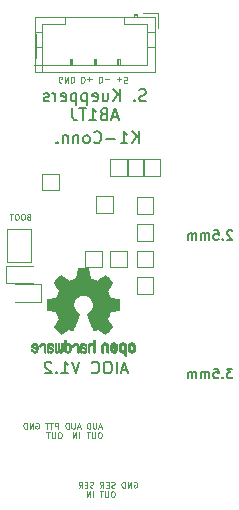
<source format=gbo>
G04 #@! TF.GenerationSoftware,KiCad,Pcbnew,7.0.7*
G04 #@! TF.CreationDate,2023-09-04T22:31:34-04:00*
G04 #@! TF.ProjectId,k1-aioc,6b312d61-696f-4632-9e6b-696361645f70,rev?*
G04 #@! TF.SameCoordinates,Original*
G04 #@! TF.FileFunction,Legend,Bot*
G04 #@! TF.FilePolarity,Positive*
%FSLAX46Y46*%
G04 Gerber Fmt 4.6, Leading zero omitted, Abs format (unit mm)*
G04 Created by KiCad (PCBNEW 7.0.7) date 2023-09-04 22:31:34*
%MOMM*%
%LPD*%
G01*
G04 APERTURE LIST*
%ADD10C,0.100000*%
%ADD11C,0.125000*%
%ADD12C,0.150000*%
%ADD13C,0.200000*%
%ADD14C,0.120000*%
%ADD15C,0.010000*%
G04 APERTURE END LIST*
D10*
X96053258Y-132652419D02*
X96100877Y-132628609D01*
X96100877Y-132628609D02*
X96172306Y-132628609D01*
X96172306Y-132628609D02*
X96243734Y-132652419D01*
X96243734Y-132652419D02*
X96291353Y-132700038D01*
X96291353Y-132700038D02*
X96315163Y-132747657D01*
X96315163Y-132747657D02*
X96338972Y-132842895D01*
X96338972Y-132842895D02*
X96338972Y-132914323D01*
X96338972Y-132914323D02*
X96315163Y-133009561D01*
X96315163Y-133009561D02*
X96291353Y-133057180D01*
X96291353Y-133057180D02*
X96243734Y-133104800D01*
X96243734Y-133104800D02*
X96172306Y-133128609D01*
X96172306Y-133128609D02*
X96124687Y-133128609D01*
X96124687Y-133128609D02*
X96053258Y-133104800D01*
X96053258Y-133104800D02*
X96029449Y-133080990D01*
X96029449Y-133080990D02*
X96029449Y-132914323D01*
X96029449Y-132914323D02*
X96124687Y-132914323D01*
X95815163Y-133128609D02*
X95815163Y-132628609D01*
X95815163Y-132628609D02*
X95529449Y-133128609D01*
X95529449Y-133128609D02*
X95529449Y-132628609D01*
X95291353Y-133128609D02*
X95291353Y-132628609D01*
X95291353Y-132628609D02*
X95172305Y-132628609D01*
X95172305Y-132628609D02*
X95100877Y-132652419D01*
X95100877Y-132652419D02*
X95053258Y-132700038D01*
X95053258Y-132700038D02*
X95029448Y-132747657D01*
X95029448Y-132747657D02*
X95005639Y-132842895D01*
X95005639Y-132842895D02*
X95005639Y-132914323D01*
X95005639Y-132914323D02*
X95029448Y-133009561D01*
X95029448Y-133009561D02*
X95053258Y-133057180D01*
X95053258Y-133057180D02*
X95100877Y-133104800D01*
X95100877Y-133104800D02*
X95172305Y-133128609D01*
X95172305Y-133128609D02*
X95291353Y-133128609D01*
X94434210Y-133104800D02*
X94362782Y-133128609D01*
X94362782Y-133128609D02*
X94243734Y-133128609D01*
X94243734Y-133128609D02*
X94196115Y-133104800D01*
X94196115Y-133104800D02*
X94172306Y-133080990D01*
X94172306Y-133080990D02*
X94148496Y-133033371D01*
X94148496Y-133033371D02*
X94148496Y-132985752D01*
X94148496Y-132985752D02*
X94172306Y-132938133D01*
X94172306Y-132938133D02*
X94196115Y-132914323D01*
X94196115Y-132914323D02*
X94243734Y-132890514D01*
X94243734Y-132890514D02*
X94338972Y-132866704D01*
X94338972Y-132866704D02*
X94386591Y-132842895D01*
X94386591Y-132842895D02*
X94410401Y-132819085D01*
X94410401Y-132819085D02*
X94434210Y-132771466D01*
X94434210Y-132771466D02*
X94434210Y-132723847D01*
X94434210Y-132723847D02*
X94410401Y-132676228D01*
X94410401Y-132676228D02*
X94386591Y-132652419D01*
X94386591Y-132652419D02*
X94338972Y-132628609D01*
X94338972Y-132628609D02*
X94219925Y-132628609D01*
X94219925Y-132628609D02*
X94148496Y-132652419D01*
X93934211Y-132866704D02*
X93767544Y-132866704D01*
X93696116Y-133128609D02*
X93934211Y-133128609D01*
X93934211Y-133128609D02*
X93934211Y-132628609D01*
X93934211Y-132628609D02*
X93696116Y-132628609D01*
X93196116Y-133128609D02*
X93362782Y-132890514D01*
X93481830Y-133128609D02*
X93481830Y-132628609D01*
X93481830Y-132628609D02*
X93291354Y-132628609D01*
X93291354Y-132628609D02*
X93243735Y-132652419D01*
X93243735Y-132652419D02*
X93219925Y-132676228D01*
X93219925Y-132676228D02*
X93196116Y-132723847D01*
X93196116Y-132723847D02*
X93196116Y-132795276D01*
X93196116Y-132795276D02*
X93219925Y-132842895D01*
X93219925Y-132842895D02*
X93243735Y-132866704D01*
X93243735Y-132866704D02*
X93291354Y-132890514D01*
X93291354Y-132890514D02*
X93481830Y-132890514D01*
X92624687Y-133104800D02*
X92553259Y-133128609D01*
X92553259Y-133128609D02*
X92434211Y-133128609D01*
X92434211Y-133128609D02*
X92386592Y-133104800D01*
X92386592Y-133104800D02*
X92362783Y-133080990D01*
X92362783Y-133080990D02*
X92338973Y-133033371D01*
X92338973Y-133033371D02*
X92338973Y-132985752D01*
X92338973Y-132985752D02*
X92362783Y-132938133D01*
X92362783Y-132938133D02*
X92386592Y-132914323D01*
X92386592Y-132914323D02*
X92434211Y-132890514D01*
X92434211Y-132890514D02*
X92529449Y-132866704D01*
X92529449Y-132866704D02*
X92577068Y-132842895D01*
X92577068Y-132842895D02*
X92600878Y-132819085D01*
X92600878Y-132819085D02*
X92624687Y-132771466D01*
X92624687Y-132771466D02*
X92624687Y-132723847D01*
X92624687Y-132723847D02*
X92600878Y-132676228D01*
X92600878Y-132676228D02*
X92577068Y-132652419D01*
X92577068Y-132652419D02*
X92529449Y-132628609D01*
X92529449Y-132628609D02*
X92410402Y-132628609D01*
X92410402Y-132628609D02*
X92338973Y-132652419D01*
X92124688Y-132866704D02*
X91958021Y-132866704D01*
X91886593Y-133128609D02*
X92124688Y-133128609D01*
X92124688Y-133128609D02*
X92124688Y-132628609D01*
X92124688Y-132628609D02*
X91886593Y-132628609D01*
X91386593Y-133128609D02*
X91553259Y-132890514D01*
X91672307Y-133128609D02*
X91672307Y-132628609D01*
X91672307Y-132628609D02*
X91481831Y-132628609D01*
X91481831Y-132628609D02*
X91434212Y-132652419D01*
X91434212Y-132652419D02*
X91410402Y-132676228D01*
X91410402Y-132676228D02*
X91386593Y-132723847D01*
X91386593Y-132723847D02*
X91386593Y-132795276D01*
X91386593Y-132795276D02*
X91410402Y-132842895D01*
X91410402Y-132842895D02*
X91434212Y-132866704D01*
X91434212Y-132866704D02*
X91481831Y-132890514D01*
X91481831Y-132890514D02*
X91672307Y-132890514D01*
X94315165Y-133433609D02*
X94219927Y-133433609D01*
X94219927Y-133433609D02*
X94172308Y-133457419D01*
X94172308Y-133457419D02*
X94124689Y-133505038D01*
X94124689Y-133505038D02*
X94100879Y-133600276D01*
X94100879Y-133600276D02*
X94100879Y-133766942D01*
X94100879Y-133766942D02*
X94124689Y-133862180D01*
X94124689Y-133862180D02*
X94172308Y-133909800D01*
X94172308Y-133909800D02*
X94219927Y-133933609D01*
X94219927Y-133933609D02*
X94315165Y-133933609D01*
X94315165Y-133933609D02*
X94362784Y-133909800D01*
X94362784Y-133909800D02*
X94410403Y-133862180D01*
X94410403Y-133862180D02*
X94434212Y-133766942D01*
X94434212Y-133766942D02*
X94434212Y-133600276D01*
X94434212Y-133600276D02*
X94410403Y-133505038D01*
X94410403Y-133505038D02*
X94362784Y-133457419D01*
X94362784Y-133457419D02*
X94315165Y-133433609D01*
X93886593Y-133433609D02*
X93886593Y-133838371D01*
X93886593Y-133838371D02*
X93862783Y-133885990D01*
X93862783Y-133885990D02*
X93838974Y-133909800D01*
X93838974Y-133909800D02*
X93791355Y-133933609D01*
X93791355Y-133933609D02*
X93696117Y-133933609D01*
X93696117Y-133933609D02*
X93648498Y-133909800D01*
X93648498Y-133909800D02*
X93624688Y-133885990D01*
X93624688Y-133885990D02*
X93600879Y-133838371D01*
X93600879Y-133838371D02*
X93600879Y-133433609D01*
X93434211Y-133433609D02*
X93148497Y-133433609D01*
X93291354Y-133933609D02*
X93291354Y-133433609D01*
X92600879Y-133933609D02*
X92600879Y-133433609D01*
X92362784Y-133933609D02*
X92362784Y-133433609D01*
X92362784Y-133433609D02*
X92077070Y-133933609D01*
X92077070Y-133933609D02*
X92077070Y-133433609D01*
X93338972Y-127985752D02*
X93100877Y-127985752D01*
X93386591Y-128128609D02*
X93219925Y-127628609D01*
X93219925Y-127628609D02*
X93053258Y-128128609D01*
X92886592Y-127628609D02*
X92886592Y-128033371D01*
X92886592Y-128033371D02*
X92862782Y-128080990D01*
X92862782Y-128080990D02*
X92838973Y-128104800D01*
X92838973Y-128104800D02*
X92791354Y-128128609D01*
X92791354Y-128128609D02*
X92696116Y-128128609D01*
X92696116Y-128128609D02*
X92648497Y-128104800D01*
X92648497Y-128104800D02*
X92624687Y-128080990D01*
X92624687Y-128080990D02*
X92600878Y-128033371D01*
X92600878Y-128033371D02*
X92600878Y-127628609D01*
X92362782Y-128128609D02*
X92362782Y-127628609D01*
X92362782Y-127628609D02*
X92243734Y-127628609D01*
X92243734Y-127628609D02*
X92172306Y-127652419D01*
X92172306Y-127652419D02*
X92124687Y-127700038D01*
X92124687Y-127700038D02*
X92100877Y-127747657D01*
X92100877Y-127747657D02*
X92077068Y-127842895D01*
X92077068Y-127842895D02*
X92077068Y-127914323D01*
X92077068Y-127914323D02*
X92100877Y-128009561D01*
X92100877Y-128009561D02*
X92124687Y-128057180D01*
X92124687Y-128057180D02*
X92172306Y-128104800D01*
X92172306Y-128104800D02*
X92243734Y-128128609D01*
X92243734Y-128128609D02*
X92362782Y-128128609D01*
X91505639Y-127985752D02*
X91267544Y-127985752D01*
X91553258Y-128128609D02*
X91386592Y-127628609D01*
X91386592Y-127628609D02*
X91219925Y-128128609D01*
X91053259Y-127628609D02*
X91053259Y-128033371D01*
X91053259Y-128033371D02*
X91029449Y-128080990D01*
X91029449Y-128080990D02*
X91005640Y-128104800D01*
X91005640Y-128104800D02*
X90958021Y-128128609D01*
X90958021Y-128128609D02*
X90862783Y-128128609D01*
X90862783Y-128128609D02*
X90815164Y-128104800D01*
X90815164Y-128104800D02*
X90791354Y-128080990D01*
X90791354Y-128080990D02*
X90767545Y-128033371D01*
X90767545Y-128033371D02*
X90767545Y-127628609D01*
X90529449Y-128128609D02*
X90529449Y-127628609D01*
X90529449Y-127628609D02*
X90410401Y-127628609D01*
X90410401Y-127628609D02*
X90338973Y-127652419D01*
X90338973Y-127652419D02*
X90291354Y-127700038D01*
X90291354Y-127700038D02*
X90267544Y-127747657D01*
X90267544Y-127747657D02*
X90243735Y-127842895D01*
X90243735Y-127842895D02*
X90243735Y-127914323D01*
X90243735Y-127914323D02*
X90267544Y-128009561D01*
X90267544Y-128009561D02*
X90291354Y-128057180D01*
X90291354Y-128057180D02*
X90338973Y-128104800D01*
X90338973Y-128104800D02*
X90410401Y-128128609D01*
X90410401Y-128128609D02*
X90529449Y-128128609D01*
X89648497Y-128128609D02*
X89648497Y-127628609D01*
X89648497Y-127628609D02*
X89458021Y-127628609D01*
X89458021Y-127628609D02*
X89410402Y-127652419D01*
X89410402Y-127652419D02*
X89386592Y-127676228D01*
X89386592Y-127676228D02*
X89362783Y-127723847D01*
X89362783Y-127723847D02*
X89362783Y-127795276D01*
X89362783Y-127795276D02*
X89386592Y-127842895D01*
X89386592Y-127842895D02*
X89410402Y-127866704D01*
X89410402Y-127866704D02*
X89458021Y-127890514D01*
X89458021Y-127890514D02*
X89648497Y-127890514D01*
X89219925Y-127628609D02*
X88934211Y-127628609D01*
X89077068Y-128128609D02*
X89077068Y-127628609D01*
X88838973Y-127628609D02*
X88553259Y-127628609D01*
X88696116Y-128128609D02*
X88696116Y-127628609D01*
X87743736Y-127652419D02*
X87791355Y-127628609D01*
X87791355Y-127628609D02*
X87862784Y-127628609D01*
X87862784Y-127628609D02*
X87934212Y-127652419D01*
X87934212Y-127652419D02*
X87981831Y-127700038D01*
X87981831Y-127700038D02*
X88005641Y-127747657D01*
X88005641Y-127747657D02*
X88029450Y-127842895D01*
X88029450Y-127842895D02*
X88029450Y-127914323D01*
X88029450Y-127914323D02*
X88005641Y-128009561D01*
X88005641Y-128009561D02*
X87981831Y-128057180D01*
X87981831Y-128057180D02*
X87934212Y-128104800D01*
X87934212Y-128104800D02*
X87862784Y-128128609D01*
X87862784Y-128128609D02*
X87815165Y-128128609D01*
X87815165Y-128128609D02*
X87743736Y-128104800D01*
X87743736Y-128104800D02*
X87719927Y-128080990D01*
X87719927Y-128080990D02*
X87719927Y-127914323D01*
X87719927Y-127914323D02*
X87815165Y-127914323D01*
X87505641Y-128128609D02*
X87505641Y-127628609D01*
X87505641Y-127628609D02*
X87219927Y-128128609D01*
X87219927Y-128128609D02*
X87219927Y-127628609D01*
X86981831Y-128128609D02*
X86981831Y-127628609D01*
X86981831Y-127628609D02*
X86862783Y-127628609D01*
X86862783Y-127628609D02*
X86791355Y-127652419D01*
X86791355Y-127652419D02*
X86743736Y-127700038D01*
X86743736Y-127700038D02*
X86719926Y-127747657D01*
X86719926Y-127747657D02*
X86696117Y-127842895D01*
X86696117Y-127842895D02*
X86696117Y-127914323D01*
X86696117Y-127914323D02*
X86719926Y-128009561D01*
X86719926Y-128009561D02*
X86743736Y-128057180D01*
X86743736Y-128057180D02*
X86791355Y-128104800D01*
X86791355Y-128104800D02*
X86862783Y-128128609D01*
X86862783Y-128128609D02*
X86981831Y-128128609D01*
X93219925Y-128433609D02*
X93124687Y-128433609D01*
X93124687Y-128433609D02*
X93077068Y-128457419D01*
X93077068Y-128457419D02*
X93029449Y-128505038D01*
X93029449Y-128505038D02*
X93005639Y-128600276D01*
X93005639Y-128600276D02*
X93005639Y-128766942D01*
X93005639Y-128766942D02*
X93029449Y-128862180D01*
X93029449Y-128862180D02*
X93077068Y-128909800D01*
X93077068Y-128909800D02*
X93124687Y-128933609D01*
X93124687Y-128933609D02*
X93219925Y-128933609D01*
X93219925Y-128933609D02*
X93267544Y-128909800D01*
X93267544Y-128909800D02*
X93315163Y-128862180D01*
X93315163Y-128862180D02*
X93338972Y-128766942D01*
X93338972Y-128766942D02*
X93338972Y-128600276D01*
X93338972Y-128600276D02*
X93315163Y-128505038D01*
X93315163Y-128505038D02*
X93267544Y-128457419D01*
X93267544Y-128457419D02*
X93219925Y-128433609D01*
X92791353Y-128433609D02*
X92791353Y-128838371D01*
X92791353Y-128838371D02*
X92767543Y-128885990D01*
X92767543Y-128885990D02*
X92743734Y-128909800D01*
X92743734Y-128909800D02*
X92696115Y-128933609D01*
X92696115Y-128933609D02*
X92600877Y-128933609D01*
X92600877Y-128933609D02*
X92553258Y-128909800D01*
X92553258Y-128909800D02*
X92529448Y-128885990D01*
X92529448Y-128885990D02*
X92505639Y-128838371D01*
X92505639Y-128838371D02*
X92505639Y-128433609D01*
X92338971Y-128433609D02*
X92053257Y-128433609D01*
X92196114Y-128933609D02*
X92196114Y-128433609D01*
X91434211Y-128933609D02*
X91434211Y-128433609D01*
X91196116Y-128933609D02*
X91196116Y-128433609D01*
X91196116Y-128433609D02*
X90910402Y-128933609D01*
X90910402Y-128933609D02*
X90910402Y-128433609D01*
X89815164Y-128433609D02*
X89719926Y-128433609D01*
X89719926Y-128433609D02*
X89672307Y-128457419D01*
X89672307Y-128457419D02*
X89624688Y-128505038D01*
X89624688Y-128505038D02*
X89600878Y-128600276D01*
X89600878Y-128600276D02*
X89600878Y-128766942D01*
X89600878Y-128766942D02*
X89624688Y-128862180D01*
X89624688Y-128862180D02*
X89672307Y-128909800D01*
X89672307Y-128909800D02*
X89719926Y-128933609D01*
X89719926Y-128933609D02*
X89815164Y-128933609D01*
X89815164Y-128933609D02*
X89862783Y-128909800D01*
X89862783Y-128909800D02*
X89910402Y-128862180D01*
X89910402Y-128862180D02*
X89934211Y-128766942D01*
X89934211Y-128766942D02*
X89934211Y-128600276D01*
X89934211Y-128600276D02*
X89910402Y-128505038D01*
X89910402Y-128505038D02*
X89862783Y-128457419D01*
X89862783Y-128457419D02*
X89815164Y-128433609D01*
X89386592Y-128433609D02*
X89386592Y-128838371D01*
X89386592Y-128838371D02*
X89362782Y-128885990D01*
X89362782Y-128885990D02*
X89338973Y-128909800D01*
X89338973Y-128909800D02*
X89291354Y-128933609D01*
X89291354Y-128933609D02*
X89196116Y-128933609D01*
X89196116Y-128933609D02*
X89148497Y-128909800D01*
X89148497Y-128909800D02*
X89124687Y-128885990D01*
X89124687Y-128885990D02*
X89100878Y-128838371D01*
X89100878Y-128838371D02*
X89100878Y-128433609D01*
X88934210Y-128433609D02*
X88648496Y-128433609D01*
X88791353Y-128933609D02*
X88791353Y-128433609D01*
D11*
X89963188Y-98793880D02*
X89915569Y-98817690D01*
X89915569Y-98817690D02*
X89844140Y-98817690D01*
X89844140Y-98817690D02*
X89772712Y-98793880D01*
X89772712Y-98793880D02*
X89725093Y-98746261D01*
X89725093Y-98746261D02*
X89701283Y-98698642D01*
X89701283Y-98698642D02*
X89677474Y-98603404D01*
X89677474Y-98603404D02*
X89677474Y-98531976D01*
X89677474Y-98531976D02*
X89701283Y-98436738D01*
X89701283Y-98436738D02*
X89725093Y-98389119D01*
X89725093Y-98389119D02*
X89772712Y-98341500D01*
X89772712Y-98341500D02*
X89844140Y-98317690D01*
X89844140Y-98317690D02*
X89891759Y-98317690D01*
X89891759Y-98317690D02*
X89963188Y-98341500D01*
X89963188Y-98341500D02*
X89986997Y-98365309D01*
X89986997Y-98365309D02*
X89986997Y-98531976D01*
X89986997Y-98531976D02*
X89891759Y-98531976D01*
X90201283Y-98317690D02*
X90201283Y-98817690D01*
X90201283Y-98817690D02*
X90486997Y-98317690D01*
X90486997Y-98317690D02*
X90486997Y-98817690D01*
X90725093Y-98317690D02*
X90725093Y-98817690D01*
X90725093Y-98817690D02*
X90844141Y-98817690D01*
X90844141Y-98817690D02*
X90915569Y-98793880D01*
X90915569Y-98793880D02*
X90963188Y-98746261D01*
X90963188Y-98746261D02*
X90986998Y-98698642D01*
X90986998Y-98698642D02*
X91010807Y-98603404D01*
X91010807Y-98603404D02*
X91010807Y-98531976D01*
X91010807Y-98531976D02*
X90986998Y-98436738D01*
X90986998Y-98436738D02*
X90963188Y-98389119D01*
X90963188Y-98389119D02*
X90915569Y-98341500D01*
X90915569Y-98341500D02*
X90844141Y-98317690D01*
X90844141Y-98317690D02*
X90725093Y-98317690D01*
X91606045Y-98317690D02*
X91606045Y-98817690D01*
X91606045Y-98817690D02*
X91725093Y-98817690D01*
X91725093Y-98817690D02*
X91796521Y-98793880D01*
X91796521Y-98793880D02*
X91844140Y-98746261D01*
X91844140Y-98746261D02*
X91867950Y-98698642D01*
X91867950Y-98698642D02*
X91891759Y-98603404D01*
X91891759Y-98603404D02*
X91891759Y-98531976D01*
X91891759Y-98531976D02*
X91867950Y-98436738D01*
X91867950Y-98436738D02*
X91844140Y-98389119D01*
X91844140Y-98389119D02*
X91796521Y-98341500D01*
X91796521Y-98341500D02*
X91725093Y-98317690D01*
X91725093Y-98317690D02*
X91606045Y-98317690D01*
X92106045Y-98508166D02*
X92486998Y-98508166D01*
X92296521Y-98317690D02*
X92296521Y-98698642D01*
X93106045Y-98317690D02*
X93106045Y-98817690D01*
X93106045Y-98817690D02*
X93225093Y-98817690D01*
X93225093Y-98817690D02*
X93296521Y-98793880D01*
X93296521Y-98793880D02*
X93344140Y-98746261D01*
X93344140Y-98746261D02*
X93367950Y-98698642D01*
X93367950Y-98698642D02*
X93391759Y-98603404D01*
X93391759Y-98603404D02*
X93391759Y-98531976D01*
X93391759Y-98531976D02*
X93367950Y-98436738D01*
X93367950Y-98436738D02*
X93344140Y-98389119D01*
X93344140Y-98389119D02*
X93296521Y-98341500D01*
X93296521Y-98341500D02*
X93225093Y-98317690D01*
X93225093Y-98317690D02*
X93106045Y-98317690D01*
X93606045Y-98508166D02*
X93986998Y-98508166D01*
X94606045Y-98508166D02*
X94986998Y-98508166D01*
X94796521Y-98317690D02*
X94796521Y-98698642D01*
X95463188Y-98817690D02*
X95225093Y-98817690D01*
X95225093Y-98817690D02*
X95201284Y-98579595D01*
X95201284Y-98579595D02*
X95225093Y-98603404D01*
X95225093Y-98603404D02*
X95272712Y-98627214D01*
X95272712Y-98627214D02*
X95391760Y-98627214D01*
X95391760Y-98627214D02*
X95439379Y-98603404D01*
X95439379Y-98603404D02*
X95463188Y-98579595D01*
X95463188Y-98579595D02*
X95486998Y-98531976D01*
X95486998Y-98531976D02*
X95486998Y-98412928D01*
X95486998Y-98412928D02*
X95463188Y-98365309D01*
X95463188Y-98365309D02*
X95439379Y-98341500D01*
X95439379Y-98341500D02*
X95391760Y-98317690D01*
X95391760Y-98317690D02*
X95272712Y-98317690D01*
X95272712Y-98317690D02*
X95225093Y-98341500D01*
X95225093Y-98341500D02*
X95201284Y-98365309D01*
X87132049Y-110170404D02*
X87060621Y-110194214D01*
X87060621Y-110194214D02*
X87036811Y-110218023D01*
X87036811Y-110218023D02*
X87013002Y-110265642D01*
X87013002Y-110265642D02*
X87013002Y-110337071D01*
X87013002Y-110337071D02*
X87036811Y-110384690D01*
X87036811Y-110384690D02*
X87060621Y-110408500D01*
X87060621Y-110408500D02*
X87108240Y-110432309D01*
X87108240Y-110432309D02*
X87298716Y-110432309D01*
X87298716Y-110432309D02*
X87298716Y-109932309D01*
X87298716Y-109932309D02*
X87132049Y-109932309D01*
X87132049Y-109932309D02*
X87084430Y-109956119D01*
X87084430Y-109956119D02*
X87060621Y-109979928D01*
X87060621Y-109979928D02*
X87036811Y-110027547D01*
X87036811Y-110027547D02*
X87036811Y-110075166D01*
X87036811Y-110075166D02*
X87060621Y-110122785D01*
X87060621Y-110122785D02*
X87084430Y-110146595D01*
X87084430Y-110146595D02*
X87132049Y-110170404D01*
X87132049Y-110170404D02*
X87298716Y-110170404D01*
X86703478Y-109932309D02*
X86608240Y-109932309D01*
X86608240Y-109932309D02*
X86560621Y-109956119D01*
X86560621Y-109956119D02*
X86513002Y-110003738D01*
X86513002Y-110003738D02*
X86489192Y-110098976D01*
X86489192Y-110098976D02*
X86489192Y-110265642D01*
X86489192Y-110265642D02*
X86513002Y-110360880D01*
X86513002Y-110360880D02*
X86560621Y-110408500D01*
X86560621Y-110408500D02*
X86608240Y-110432309D01*
X86608240Y-110432309D02*
X86703478Y-110432309D01*
X86703478Y-110432309D02*
X86751097Y-110408500D01*
X86751097Y-110408500D02*
X86798716Y-110360880D01*
X86798716Y-110360880D02*
X86822525Y-110265642D01*
X86822525Y-110265642D02*
X86822525Y-110098976D01*
X86822525Y-110098976D02*
X86798716Y-110003738D01*
X86798716Y-110003738D02*
X86751097Y-109956119D01*
X86751097Y-109956119D02*
X86703478Y-109932309D01*
X86179668Y-109932309D02*
X86084430Y-109932309D01*
X86084430Y-109932309D02*
X86036811Y-109956119D01*
X86036811Y-109956119D02*
X85989192Y-110003738D01*
X85989192Y-110003738D02*
X85965382Y-110098976D01*
X85965382Y-110098976D02*
X85965382Y-110265642D01*
X85965382Y-110265642D02*
X85989192Y-110360880D01*
X85989192Y-110360880D02*
X86036811Y-110408500D01*
X86036811Y-110408500D02*
X86084430Y-110432309D01*
X86084430Y-110432309D02*
X86179668Y-110432309D01*
X86179668Y-110432309D02*
X86227287Y-110408500D01*
X86227287Y-110408500D02*
X86274906Y-110360880D01*
X86274906Y-110360880D02*
X86298715Y-110265642D01*
X86298715Y-110265642D02*
X86298715Y-110098976D01*
X86298715Y-110098976D02*
X86274906Y-110003738D01*
X86274906Y-110003738D02*
X86227287Y-109956119D01*
X86227287Y-109956119D02*
X86179668Y-109932309D01*
X85822524Y-109932309D02*
X85536810Y-109932309D01*
X85679667Y-110432309D02*
X85679667Y-109932309D01*
D12*
X87750000Y-94750000D02*
X87750000Y-96750000D01*
D13*
X95499999Y-123166504D02*
X95023809Y-123166504D01*
X95595237Y-123452219D02*
X95261904Y-122452219D01*
X95261904Y-122452219D02*
X94928571Y-123452219D01*
X94595237Y-123452219D02*
X94595237Y-122452219D01*
X93928571Y-122452219D02*
X93738095Y-122452219D01*
X93738095Y-122452219D02*
X93642857Y-122499838D01*
X93642857Y-122499838D02*
X93547619Y-122595076D01*
X93547619Y-122595076D02*
X93500000Y-122785552D01*
X93500000Y-122785552D02*
X93500000Y-123118885D01*
X93500000Y-123118885D02*
X93547619Y-123309361D01*
X93547619Y-123309361D02*
X93642857Y-123404600D01*
X93642857Y-123404600D02*
X93738095Y-123452219D01*
X93738095Y-123452219D02*
X93928571Y-123452219D01*
X93928571Y-123452219D02*
X94023809Y-123404600D01*
X94023809Y-123404600D02*
X94119047Y-123309361D01*
X94119047Y-123309361D02*
X94166666Y-123118885D01*
X94166666Y-123118885D02*
X94166666Y-122785552D01*
X94166666Y-122785552D02*
X94119047Y-122595076D01*
X94119047Y-122595076D02*
X94023809Y-122499838D01*
X94023809Y-122499838D02*
X93928571Y-122452219D01*
X92500000Y-123356980D02*
X92547619Y-123404600D01*
X92547619Y-123404600D02*
X92690476Y-123452219D01*
X92690476Y-123452219D02*
X92785714Y-123452219D01*
X92785714Y-123452219D02*
X92928571Y-123404600D01*
X92928571Y-123404600D02*
X93023809Y-123309361D01*
X93023809Y-123309361D02*
X93071428Y-123214123D01*
X93071428Y-123214123D02*
X93119047Y-123023647D01*
X93119047Y-123023647D02*
X93119047Y-122880790D01*
X93119047Y-122880790D02*
X93071428Y-122690314D01*
X93071428Y-122690314D02*
X93023809Y-122595076D01*
X93023809Y-122595076D02*
X92928571Y-122499838D01*
X92928571Y-122499838D02*
X92785714Y-122452219D01*
X92785714Y-122452219D02*
X92690476Y-122452219D01*
X92690476Y-122452219D02*
X92547619Y-122499838D01*
X92547619Y-122499838D02*
X92500000Y-122547457D01*
X91452380Y-122452219D02*
X91119047Y-123452219D01*
X91119047Y-123452219D02*
X90785714Y-122452219D01*
X89928571Y-123452219D02*
X90499999Y-123452219D01*
X90214285Y-123452219D02*
X90214285Y-122452219D01*
X90214285Y-122452219D02*
X90309523Y-122595076D01*
X90309523Y-122595076D02*
X90404761Y-122690314D01*
X90404761Y-122690314D02*
X90499999Y-122737933D01*
X89499999Y-123356980D02*
X89452380Y-123404600D01*
X89452380Y-123404600D02*
X89499999Y-123452219D01*
X89499999Y-123452219D02*
X89547618Y-123404600D01*
X89547618Y-123404600D02*
X89499999Y-123356980D01*
X89499999Y-123356980D02*
X89499999Y-123452219D01*
X89071428Y-122547457D02*
X89023809Y-122499838D01*
X89023809Y-122499838D02*
X88928571Y-122452219D01*
X88928571Y-122452219D02*
X88690476Y-122452219D01*
X88690476Y-122452219D02*
X88595238Y-122499838D01*
X88595238Y-122499838D02*
X88547619Y-122547457D01*
X88547619Y-122547457D02*
X88500000Y-122642695D01*
X88500000Y-122642695D02*
X88500000Y-122737933D01*
X88500000Y-122737933D02*
X88547619Y-122880790D01*
X88547619Y-122880790D02*
X89119047Y-123452219D01*
X89119047Y-123452219D02*
X88500000Y-123452219D01*
X104404762Y-123059695D02*
X103909524Y-123059695D01*
X103909524Y-123059695D02*
X104176190Y-123364457D01*
X104176190Y-123364457D02*
X104061905Y-123364457D01*
X104061905Y-123364457D02*
X103985714Y-123402552D01*
X103985714Y-123402552D02*
X103947619Y-123440647D01*
X103947619Y-123440647D02*
X103909524Y-123516838D01*
X103909524Y-123516838D02*
X103909524Y-123707314D01*
X103909524Y-123707314D02*
X103947619Y-123783504D01*
X103947619Y-123783504D02*
X103985714Y-123821600D01*
X103985714Y-123821600D02*
X104061905Y-123859695D01*
X104061905Y-123859695D02*
X104290476Y-123859695D01*
X104290476Y-123859695D02*
X104366667Y-123821600D01*
X104366667Y-123821600D02*
X104404762Y-123783504D01*
X103566666Y-123783504D02*
X103528571Y-123821600D01*
X103528571Y-123821600D02*
X103566666Y-123859695D01*
X103566666Y-123859695D02*
X103604762Y-123821600D01*
X103604762Y-123821600D02*
X103566666Y-123783504D01*
X103566666Y-123783504D02*
X103566666Y-123859695D01*
X102804762Y-123059695D02*
X103185714Y-123059695D01*
X103185714Y-123059695D02*
X103223810Y-123440647D01*
X103223810Y-123440647D02*
X103185714Y-123402552D01*
X103185714Y-123402552D02*
X103109524Y-123364457D01*
X103109524Y-123364457D02*
X102919048Y-123364457D01*
X102919048Y-123364457D02*
X102842857Y-123402552D01*
X102842857Y-123402552D02*
X102804762Y-123440647D01*
X102804762Y-123440647D02*
X102766667Y-123516838D01*
X102766667Y-123516838D02*
X102766667Y-123707314D01*
X102766667Y-123707314D02*
X102804762Y-123783504D01*
X102804762Y-123783504D02*
X102842857Y-123821600D01*
X102842857Y-123821600D02*
X102919048Y-123859695D01*
X102919048Y-123859695D02*
X103109524Y-123859695D01*
X103109524Y-123859695D02*
X103185714Y-123821600D01*
X103185714Y-123821600D02*
X103223810Y-123783504D01*
X102423809Y-123859695D02*
X102423809Y-123326361D01*
X102423809Y-123402552D02*
X102385714Y-123364457D01*
X102385714Y-123364457D02*
X102309524Y-123326361D01*
X102309524Y-123326361D02*
X102195238Y-123326361D01*
X102195238Y-123326361D02*
X102119047Y-123364457D01*
X102119047Y-123364457D02*
X102080952Y-123440647D01*
X102080952Y-123440647D02*
X102080952Y-123859695D01*
X102080952Y-123440647D02*
X102042857Y-123364457D01*
X102042857Y-123364457D02*
X101966666Y-123326361D01*
X101966666Y-123326361D02*
X101852381Y-123326361D01*
X101852381Y-123326361D02*
X101776190Y-123364457D01*
X101776190Y-123364457D02*
X101738095Y-123440647D01*
X101738095Y-123440647D02*
X101738095Y-123859695D01*
X101357142Y-123859695D02*
X101357142Y-123326361D01*
X101357142Y-123402552D02*
X101319047Y-123364457D01*
X101319047Y-123364457D02*
X101242857Y-123326361D01*
X101242857Y-123326361D02*
X101128571Y-123326361D01*
X101128571Y-123326361D02*
X101052380Y-123364457D01*
X101052380Y-123364457D02*
X101014285Y-123440647D01*
X101014285Y-123440647D02*
X101014285Y-123859695D01*
X101014285Y-123440647D02*
X100976190Y-123364457D01*
X100976190Y-123364457D02*
X100899999Y-123326361D01*
X100899999Y-123326361D02*
X100785714Y-123326361D01*
X100785714Y-123326361D02*
X100709523Y-123364457D01*
X100709523Y-123364457D02*
X100671428Y-123440647D01*
X100671428Y-123440647D02*
X100671428Y-123859695D01*
X97083333Y-100349600D02*
X96940476Y-100397219D01*
X96940476Y-100397219D02*
X96702381Y-100397219D01*
X96702381Y-100397219D02*
X96607143Y-100349600D01*
X96607143Y-100349600D02*
X96559524Y-100301980D01*
X96559524Y-100301980D02*
X96511905Y-100206742D01*
X96511905Y-100206742D02*
X96511905Y-100111504D01*
X96511905Y-100111504D02*
X96559524Y-100016266D01*
X96559524Y-100016266D02*
X96607143Y-99968647D01*
X96607143Y-99968647D02*
X96702381Y-99921028D01*
X96702381Y-99921028D02*
X96892857Y-99873409D01*
X96892857Y-99873409D02*
X96988095Y-99825790D01*
X96988095Y-99825790D02*
X97035714Y-99778171D01*
X97035714Y-99778171D02*
X97083333Y-99682933D01*
X97083333Y-99682933D02*
X97083333Y-99587695D01*
X97083333Y-99587695D02*
X97035714Y-99492457D01*
X97035714Y-99492457D02*
X96988095Y-99444838D01*
X96988095Y-99444838D02*
X96892857Y-99397219D01*
X96892857Y-99397219D02*
X96654762Y-99397219D01*
X96654762Y-99397219D02*
X96511905Y-99444838D01*
X96083333Y-100301980D02*
X96035714Y-100349600D01*
X96035714Y-100349600D02*
X96083333Y-100397219D01*
X96083333Y-100397219D02*
X96130952Y-100349600D01*
X96130952Y-100349600D02*
X96083333Y-100301980D01*
X96083333Y-100301980D02*
X96083333Y-100397219D01*
X94845238Y-100397219D02*
X94845238Y-99397219D01*
X94273810Y-100397219D02*
X94702381Y-99825790D01*
X94273810Y-99397219D02*
X94845238Y-99968647D01*
X93416667Y-99730552D02*
X93416667Y-100397219D01*
X93845238Y-99730552D02*
X93845238Y-100254361D01*
X93845238Y-100254361D02*
X93797619Y-100349600D01*
X93797619Y-100349600D02*
X93702381Y-100397219D01*
X93702381Y-100397219D02*
X93559524Y-100397219D01*
X93559524Y-100397219D02*
X93464286Y-100349600D01*
X93464286Y-100349600D02*
X93416667Y-100301980D01*
X92559524Y-100349600D02*
X92654762Y-100397219D01*
X92654762Y-100397219D02*
X92845238Y-100397219D01*
X92845238Y-100397219D02*
X92940476Y-100349600D01*
X92940476Y-100349600D02*
X92988095Y-100254361D01*
X92988095Y-100254361D02*
X92988095Y-99873409D01*
X92988095Y-99873409D02*
X92940476Y-99778171D01*
X92940476Y-99778171D02*
X92845238Y-99730552D01*
X92845238Y-99730552D02*
X92654762Y-99730552D01*
X92654762Y-99730552D02*
X92559524Y-99778171D01*
X92559524Y-99778171D02*
X92511905Y-99873409D01*
X92511905Y-99873409D02*
X92511905Y-99968647D01*
X92511905Y-99968647D02*
X92988095Y-100063885D01*
X92083333Y-99730552D02*
X92083333Y-100730552D01*
X92083333Y-99778171D02*
X91988095Y-99730552D01*
X91988095Y-99730552D02*
X91797619Y-99730552D01*
X91797619Y-99730552D02*
X91702381Y-99778171D01*
X91702381Y-99778171D02*
X91654762Y-99825790D01*
X91654762Y-99825790D02*
X91607143Y-99921028D01*
X91607143Y-99921028D02*
X91607143Y-100206742D01*
X91607143Y-100206742D02*
X91654762Y-100301980D01*
X91654762Y-100301980D02*
X91702381Y-100349600D01*
X91702381Y-100349600D02*
X91797619Y-100397219D01*
X91797619Y-100397219D02*
X91988095Y-100397219D01*
X91988095Y-100397219D02*
X92083333Y-100349600D01*
X91178571Y-99730552D02*
X91178571Y-100730552D01*
X91178571Y-99778171D02*
X91083333Y-99730552D01*
X91083333Y-99730552D02*
X90892857Y-99730552D01*
X90892857Y-99730552D02*
X90797619Y-99778171D01*
X90797619Y-99778171D02*
X90750000Y-99825790D01*
X90750000Y-99825790D02*
X90702381Y-99921028D01*
X90702381Y-99921028D02*
X90702381Y-100206742D01*
X90702381Y-100206742D02*
X90750000Y-100301980D01*
X90750000Y-100301980D02*
X90797619Y-100349600D01*
X90797619Y-100349600D02*
X90892857Y-100397219D01*
X90892857Y-100397219D02*
X91083333Y-100397219D01*
X91083333Y-100397219D02*
X91178571Y-100349600D01*
X89892857Y-100349600D02*
X89988095Y-100397219D01*
X89988095Y-100397219D02*
X90178571Y-100397219D01*
X90178571Y-100397219D02*
X90273809Y-100349600D01*
X90273809Y-100349600D02*
X90321428Y-100254361D01*
X90321428Y-100254361D02*
X90321428Y-99873409D01*
X90321428Y-99873409D02*
X90273809Y-99778171D01*
X90273809Y-99778171D02*
X90178571Y-99730552D01*
X90178571Y-99730552D02*
X89988095Y-99730552D01*
X89988095Y-99730552D02*
X89892857Y-99778171D01*
X89892857Y-99778171D02*
X89845238Y-99873409D01*
X89845238Y-99873409D02*
X89845238Y-99968647D01*
X89845238Y-99968647D02*
X90321428Y-100063885D01*
X89416666Y-100397219D02*
X89416666Y-99730552D01*
X89416666Y-99921028D02*
X89369047Y-99825790D01*
X89369047Y-99825790D02*
X89321428Y-99778171D01*
X89321428Y-99778171D02*
X89226190Y-99730552D01*
X89226190Y-99730552D02*
X89130952Y-99730552D01*
X88845237Y-100349600D02*
X88749999Y-100397219D01*
X88749999Y-100397219D02*
X88559523Y-100397219D01*
X88559523Y-100397219D02*
X88464285Y-100349600D01*
X88464285Y-100349600D02*
X88416666Y-100254361D01*
X88416666Y-100254361D02*
X88416666Y-100206742D01*
X88416666Y-100206742D02*
X88464285Y-100111504D01*
X88464285Y-100111504D02*
X88559523Y-100063885D01*
X88559523Y-100063885D02*
X88702380Y-100063885D01*
X88702380Y-100063885D02*
X88797618Y-100016266D01*
X88797618Y-100016266D02*
X88845237Y-99921028D01*
X88845237Y-99921028D02*
X88845237Y-99873409D01*
X88845237Y-99873409D02*
X88797618Y-99778171D01*
X88797618Y-99778171D02*
X88702380Y-99730552D01*
X88702380Y-99730552D02*
X88559523Y-99730552D01*
X88559523Y-99730552D02*
X88464285Y-99778171D01*
X94726190Y-101721504D02*
X94250000Y-101721504D01*
X94821428Y-102007219D02*
X94488095Y-101007219D01*
X94488095Y-101007219D02*
X94154762Y-102007219D01*
X93488095Y-101483409D02*
X93345238Y-101531028D01*
X93345238Y-101531028D02*
X93297619Y-101578647D01*
X93297619Y-101578647D02*
X93250000Y-101673885D01*
X93250000Y-101673885D02*
X93250000Y-101816742D01*
X93250000Y-101816742D02*
X93297619Y-101911980D01*
X93297619Y-101911980D02*
X93345238Y-101959600D01*
X93345238Y-101959600D02*
X93440476Y-102007219D01*
X93440476Y-102007219D02*
X93821428Y-102007219D01*
X93821428Y-102007219D02*
X93821428Y-101007219D01*
X93821428Y-101007219D02*
X93488095Y-101007219D01*
X93488095Y-101007219D02*
X93392857Y-101054838D01*
X93392857Y-101054838D02*
X93345238Y-101102457D01*
X93345238Y-101102457D02*
X93297619Y-101197695D01*
X93297619Y-101197695D02*
X93297619Y-101292933D01*
X93297619Y-101292933D02*
X93345238Y-101388171D01*
X93345238Y-101388171D02*
X93392857Y-101435790D01*
X93392857Y-101435790D02*
X93488095Y-101483409D01*
X93488095Y-101483409D02*
X93821428Y-101483409D01*
X92297619Y-102007219D02*
X92869047Y-102007219D01*
X92583333Y-102007219D02*
X92583333Y-101007219D01*
X92583333Y-101007219D02*
X92678571Y-101150076D01*
X92678571Y-101150076D02*
X92773809Y-101245314D01*
X92773809Y-101245314D02*
X92869047Y-101292933D01*
X92011904Y-101007219D02*
X91440476Y-101007219D01*
X91726190Y-102007219D02*
X91726190Y-101007219D01*
X90821428Y-101007219D02*
X90821428Y-101721504D01*
X90821428Y-101721504D02*
X90869047Y-101864361D01*
X90869047Y-101864361D02*
X90964285Y-101959600D01*
X90964285Y-101959600D02*
X91107142Y-102007219D01*
X91107142Y-102007219D02*
X91202380Y-102007219D01*
X96452380Y-103952219D02*
X96452380Y-102952219D01*
X95880952Y-103952219D02*
X96309523Y-103380790D01*
X95880952Y-102952219D02*
X96452380Y-103523647D01*
X94928571Y-103952219D02*
X95499999Y-103952219D01*
X95214285Y-103952219D02*
X95214285Y-102952219D01*
X95214285Y-102952219D02*
X95309523Y-103095076D01*
X95309523Y-103095076D02*
X95404761Y-103190314D01*
X95404761Y-103190314D02*
X95499999Y-103237933D01*
X94499999Y-103571266D02*
X93738095Y-103571266D01*
X92690476Y-103856980D02*
X92738095Y-103904600D01*
X92738095Y-103904600D02*
X92880952Y-103952219D01*
X92880952Y-103952219D02*
X92976190Y-103952219D01*
X92976190Y-103952219D02*
X93119047Y-103904600D01*
X93119047Y-103904600D02*
X93214285Y-103809361D01*
X93214285Y-103809361D02*
X93261904Y-103714123D01*
X93261904Y-103714123D02*
X93309523Y-103523647D01*
X93309523Y-103523647D02*
X93309523Y-103380790D01*
X93309523Y-103380790D02*
X93261904Y-103190314D01*
X93261904Y-103190314D02*
X93214285Y-103095076D01*
X93214285Y-103095076D02*
X93119047Y-102999838D01*
X93119047Y-102999838D02*
X92976190Y-102952219D01*
X92976190Y-102952219D02*
X92880952Y-102952219D01*
X92880952Y-102952219D02*
X92738095Y-102999838D01*
X92738095Y-102999838D02*
X92690476Y-103047457D01*
X92119047Y-103952219D02*
X92214285Y-103904600D01*
X92214285Y-103904600D02*
X92261904Y-103856980D01*
X92261904Y-103856980D02*
X92309523Y-103761742D01*
X92309523Y-103761742D02*
X92309523Y-103476028D01*
X92309523Y-103476028D02*
X92261904Y-103380790D01*
X92261904Y-103380790D02*
X92214285Y-103333171D01*
X92214285Y-103333171D02*
X92119047Y-103285552D01*
X92119047Y-103285552D02*
X91976190Y-103285552D01*
X91976190Y-103285552D02*
X91880952Y-103333171D01*
X91880952Y-103333171D02*
X91833333Y-103380790D01*
X91833333Y-103380790D02*
X91785714Y-103476028D01*
X91785714Y-103476028D02*
X91785714Y-103761742D01*
X91785714Y-103761742D02*
X91833333Y-103856980D01*
X91833333Y-103856980D02*
X91880952Y-103904600D01*
X91880952Y-103904600D02*
X91976190Y-103952219D01*
X91976190Y-103952219D02*
X92119047Y-103952219D01*
X91357142Y-103285552D02*
X91357142Y-103952219D01*
X91357142Y-103380790D02*
X91309523Y-103333171D01*
X91309523Y-103333171D02*
X91214285Y-103285552D01*
X91214285Y-103285552D02*
X91071428Y-103285552D01*
X91071428Y-103285552D02*
X90976190Y-103333171D01*
X90976190Y-103333171D02*
X90928571Y-103428409D01*
X90928571Y-103428409D02*
X90928571Y-103952219D01*
X90452380Y-103285552D02*
X90452380Y-103952219D01*
X90452380Y-103380790D02*
X90404761Y-103333171D01*
X90404761Y-103333171D02*
X90309523Y-103285552D01*
X90309523Y-103285552D02*
X90166666Y-103285552D01*
X90166666Y-103285552D02*
X90071428Y-103333171D01*
X90071428Y-103333171D02*
X90023809Y-103428409D01*
X90023809Y-103428409D02*
X90023809Y-103952219D01*
X89547618Y-103856980D02*
X89499999Y-103904600D01*
X89499999Y-103904600D02*
X89547618Y-103952219D01*
X89547618Y-103952219D02*
X89595237Y-103904600D01*
X89595237Y-103904600D02*
X89547618Y-103856980D01*
X89547618Y-103856980D02*
X89547618Y-103952219D01*
X104366667Y-111385885D02*
X104328571Y-111347790D01*
X104328571Y-111347790D02*
X104252381Y-111309695D01*
X104252381Y-111309695D02*
X104061905Y-111309695D01*
X104061905Y-111309695D02*
X103985714Y-111347790D01*
X103985714Y-111347790D02*
X103947619Y-111385885D01*
X103947619Y-111385885D02*
X103909524Y-111462076D01*
X103909524Y-111462076D02*
X103909524Y-111538266D01*
X103909524Y-111538266D02*
X103947619Y-111652552D01*
X103947619Y-111652552D02*
X104404762Y-112109695D01*
X104404762Y-112109695D02*
X103909524Y-112109695D01*
X103566666Y-112033504D02*
X103528571Y-112071600D01*
X103528571Y-112071600D02*
X103566666Y-112109695D01*
X103566666Y-112109695D02*
X103604762Y-112071600D01*
X103604762Y-112071600D02*
X103566666Y-112033504D01*
X103566666Y-112033504D02*
X103566666Y-112109695D01*
X102804762Y-111309695D02*
X103185714Y-111309695D01*
X103185714Y-111309695D02*
X103223810Y-111690647D01*
X103223810Y-111690647D02*
X103185714Y-111652552D01*
X103185714Y-111652552D02*
X103109524Y-111614457D01*
X103109524Y-111614457D02*
X102919048Y-111614457D01*
X102919048Y-111614457D02*
X102842857Y-111652552D01*
X102842857Y-111652552D02*
X102804762Y-111690647D01*
X102804762Y-111690647D02*
X102766667Y-111766838D01*
X102766667Y-111766838D02*
X102766667Y-111957314D01*
X102766667Y-111957314D02*
X102804762Y-112033504D01*
X102804762Y-112033504D02*
X102842857Y-112071600D01*
X102842857Y-112071600D02*
X102919048Y-112109695D01*
X102919048Y-112109695D02*
X103109524Y-112109695D01*
X103109524Y-112109695D02*
X103185714Y-112071600D01*
X103185714Y-112071600D02*
X103223810Y-112033504D01*
X102423809Y-112109695D02*
X102423809Y-111576361D01*
X102423809Y-111652552D02*
X102385714Y-111614457D01*
X102385714Y-111614457D02*
X102309524Y-111576361D01*
X102309524Y-111576361D02*
X102195238Y-111576361D01*
X102195238Y-111576361D02*
X102119047Y-111614457D01*
X102119047Y-111614457D02*
X102080952Y-111690647D01*
X102080952Y-111690647D02*
X102080952Y-112109695D01*
X102080952Y-111690647D02*
X102042857Y-111614457D01*
X102042857Y-111614457D02*
X101966666Y-111576361D01*
X101966666Y-111576361D02*
X101852381Y-111576361D01*
X101852381Y-111576361D02*
X101776190Y-111614457D01*
X101776190Y-111614457D02*
X101738095Y-111690647D01*
X101738095Y-111690647D02*
X101738095Y-112109695D01*
X101357142Y-112109695D02*
X101357142Y-111576361D01*
X101357142Y-111652552D02*
X101319047Y-111614457D01*
X101319047Y-111614457D02*
X101242857Y-111576361D01*
X101242857Y-111576361D02*
X101128571Y-111576361D01*
X101128571Y-111576361D02*
X101052380Y-111614457D01*
X101052380Y-111614457D02*
X101014285Y-111690647D01*
X101014285Y-111690647D02*
X101014285Y-112109695D01*
X101014285Y-111690647D02*
X100976190Y-111614457D01*
X100976190Y-111614457D02*
X100899999Y-111576361D01*
X100899999Y-111576361D02*
X100785714Y-111576361D01*
X100785714Y-111576361D02*
X100709523Y-111614457D01*
X100709523Y-111614457D02*
X100671428Y-111690647D01*
X100671428Y-111690647D02*
X100671428Y-112109695D01*
D14*
G04 #@! TO.C,TP11*
X98250000Y-106700000D02*
X98250000Y-105300000D01*
X98250000Y-105300000D02*
X96850000Y-105300000D01*
X96850000Y-106700000D02*
X98250000Y-106700000D01*
X96850000Y-105300000D02*
X96850000Y-106700000D01*
G04 #@! TO.C,TP7*
X94250000Y-109850000D02*
X94250000Y-108450000D01*
X94250000Y-108450000D02*
X92850000Y-108450000D01*
X92850000Y-109850000D02*
X94250000Y-109850000D01*
X92850000Y-108450000D02*
X92850000Y-109850000D01*
G04 #@! TO.C,TP2*
X97700000Y-112200000D02*
X97700000Y-110800000D01*
X97700000Y-110800000D02*
X96300000Y-110800000D01*
X96300000Y-112200000D02*
X97700000Y-112200000D01*
X96300000Y-110800000D02*
X96300000Y-112200000D01*
G04 #@! TO.C,TP8*
X93350000Y-114450000D02*
X93350000Y-113050000D01*
X93350000Y-113050000D02*
X91950000Y-113050000D01*
X91950000Y-114450000D02*
X93350000Y-114450000D01*
X91950000Y-113050000D02*
X91950000Y-114450000D01*
G04 #@! TO.C,D4*
X88235000Y-117385000D02*
X85950000Y-117385000D01*
X88235000Y-115915000D02*
X88235000Y-117385000D01*
X85950000Y-115915000D02*
X88235000Y-115915000D01*
G04 #@! TO.C,TP1*
X97700000Y-114450000D02*
X97700000Y-113050000D01*
X97700000Y-113050000D02*
X96300000Y-113050000D01*
X96300000Y-114450000D02*
X97700000Y-114450000D01*
X96300000Y-113050000D02*
X96300000Y-114450000D01*
G04 #@! TO.C,TP6*
X97700000Y-109950000D02*
X97700000Y-108550000D01*
X97700000Y-108550000D02*
X96300000Y-108550000D01*
X96300000Y-109950000D02*
X97700000Y-109950000D01*
X96300000Y-108550000D02*
X96300000Y-109950000D01*
G04 #@! TO.C,J6*
X88254000Y-97305000D02*
X87619000Y-97305000D01*
X88254000Y-97940000D02*
X88254000Y-97305000D01*
G04 #@! TO.C,D3*
X85265000Y-114315000D02*
X87550000Y-114315000D01*
X85265000Y-115785000D02*
X85265000Y-114315000D01*
X87550000Y-115785000D02*
X85265000Y-115785000D01*
G04 #@! TO.C,JP1*
X85350000Y-114050000D02*
X87350000Y-114050000D01*
X87350000Y-114050000D02*
X87350000Y-111250000D01*
X85350000Y-111250000D02*
X85350000Y-114050000D01*
X87350000Y-111250000D02*
X85350000Y-111250000D01*
G04 #@! TO.C,TP12*
X96950000Y-106700000D02*
X96950000Y-105300000D01*
X96950000Y-105300000D02*
X95550000Y-105300000D01*
X95550000Y-106700000D02*
X96950000Y-106700000D01*
X95550000Y-105300000D02*
X95550000Y-106700000D01*
G04 #@! TO.C,TP5*
X95450000Y-114450000D02*
X95450000Y-113050000D01*
X95450000Y-113050000D02*
X94050000Y-113050000D01*
X94050000Y-114450000D02*
X95450000Y-114450000D01*
X94050000Y-113050000D02*
X94050000Y-114450000D01*
G04 #@! TO.C,TP4*
X89700000Y-107950000D02*
X89700000Y-106550000D01*
X89700000Y-106550000D02*
X88300000Y-106550000D01*
X88300000Y-107950000D02*
X89700000Y-107950000D01*
X88300000Y-106550000D02*
X88300000Y-107950000D01*
G04 #@! TO.C,REF\u002A\u002A*
D15*
X88361501Y-120876476D02*
X88442167Y-120906440D01*
X88475714Y-120928954D01*
X88509687Y-120961212D01*
X88533919Y-121002246D01*
X88550001Y-121058108D01*
X88559521Y-121134851D01*
X88564068Y-121238525D01*
X88565231Y-121375184D01*
X88565003Y-121445805D01*
X88563860Y-121542308D01*
X88561919Y-121619323D01*
X88559365Y-121670319D01*
X88556381Y-121688769D01*
X88536962Y-121682667D01*
X88497766Y-121666095D01*
X88496589Y-121665558D01*
X88476235Y-121654903D01*
X88462546Y-121640282D01*
X88454199Y-121614673D01*
X88449874Y-121571054D01*
X88448248Y-121502403D01*
X88448000Y-121401698D01*
X88447500Y-121337813D01*
X88442164Y-121217751D01*
X88429945Y-121129809D01*
X88409552Y-121069375D01*
X88379695Y-121031836D01*
X88339082Y-121012581D01*
X88333448Y-121011239D01*
X88257378Y-121010191D01*
X88198052Y-121044271D01*
X88157077Y-121112598D01*
X88149770Y-121132351D01*
X88133114Y-121176066D01*
X88124679Y-121196155D01*
X88107356Y-121193387D01*
X88069525Y-121178365D01*
X88034240Y-121153556D01*
X88018154Y-121106670D01*
X88022952Y-121073087D01*
X88052431Y-121004967D01*
X88100098Y-120941134D01*
X88155839Y-120896988D01*
X88179193Y-120886782D01*
X88267619Y-120869718D01*
X88361501Y-120876476D01*
G36*
X88361501Y-120876476D02*
G01*
X88442167Y-120906440D01*
X88475714Y-120928954D01*
X88509687Y-120961212D01*
X88533919Y-121002246D01*
X88550001Y-121058108D01*
X88559521Y-121134851D01*
X88564068Y-121238525D01*
X88565231Y-121375184D01*
X88565003Y-121445805D01*
X88563860Y-121542308D01*
X88561919Y-121619323D01*
X88559365Y-121670319D01*
X88556381Y-121688769D01*
X88536962Y-121682667D01*
X88497766Y-121666095D01*
X88496589Y-121665558D01*
X88476235Y-121654903D01*
X88462546Y-121640282D01*
X88454199Y-121614673D01*
X88449874Y-121571054D01*
X88448248Y-121502403D01*
X88448000Y-121401698D01*
X88447500Y-121337813D01*
X88442164Y-121217751D01*
X88429945Y-121129809D01*
X88409552Y-121069375D01*
X88379695Y-121031836D01*
X88339082Y-121012581D01*
X88333448Y-121011239D01*
X88257378Y-121010191D01*
X88198052Y-121044271D01*
X88157077Y-121112598D01*
X88149770Y-121132351D01*
X88133114Y-121176066D01*
X88124679Y-121196155D01*
X88107356Y-121193387D01*
X88069525Y-121178365D01*
X88034240Y-121153556D01*
X88018154Y-121106670D01*
X88022952Y-121073087D01*
X88052431Y-121004967D01*
X88100098Y-120941134D01*
X88155839Y-120896988D01*
X88179193Y-120886782D01*
X88267619Y-120869718D01*
X88361501Y-120876476D01*
G37*
X93676372Y-120831684D02*
X93767629Y-120874569D01*
X93842416Y-120948729D01*
X93857917Y-120971944D01*
X93870774Y-120998256D01*
X93879893Y-121031420D01*
X93886102Y-121077881D01*
X93890233Y-121144082D01*
X93893116Y-121236468D01*
X93895579Y-121361485D01*
X93901697Y-121708278D01*
X93850303Y-121688738D01*
X93803246Y-121670787D01*
X93768015Y-121653511D01*
X93745017Y-121631242D01*
X93731655Y-121597165D01*
X93725328Y-121544463D01*
X93723437Y-121466323D01*
X93723385Y-121355928D01*
X93723117Y-121267935D01*
X93721521Y-121183502D01*
X93717712Y-121125834D01*
X93710820Y-121087988D01*
X93699975Y-121063024D01*
X93684308Y-121044000D01*
X93645792Y-121017153D01*
X93581091Y-121007034D01*
X93517081Y-121032606D01*
X93512856Y-121035880D01*
X93499689Y-121051007D01*
X93489975Y-121075268D01*
X93482903Y-121114650D01*
X93477656Y-121175141D01*
X93473421Y-121262729D01*
X93469385Y-121383402D01*
X93459615Y-121706515D01*
X93293539Y-121632065D01*
X93293539Y-121337062D01*
X93293883Y-121256919D01*
X93296847Y-121145431D01*
X93304351Y-121062421D01*
X93318190Y-121001199D01*
X93340155Y-120955075D01*
X93372039Y-120917358D01*
X93415633Y-120881358D01*
X93478336Y-120845089D01*
X93577117Y-120821412D01*
X93676372Y-120831684D01*
G36*
X93676372Y-120831684D02*
G01*
X93767629Y-120874569D01*
X93842416Y-120948729D01*
X93857917Y-120971944D01*
X93870774Y-120998256D01*
X93879893Y-121031420D01*
X93886102Y-121077881D01*
X93890233Y-121144082D01*
X93893116Y-121236468D01*
X93895579Y-121361485D01*
X93901697Y-121708278D01*
X93850303Y-121688738D01*
X93803246Y-121670787D01*
X93768015Y-121653511D01*
X93745017Y-121631242D01*
X93731655Y-121597165D01*
X93725328Y-121544463D01*
X93723437Y-121466323D01*
X93723385Y-121355928D01*
X93723117Y-121267935D01*
X93721521Y-121183502D01*
X93717712Y-121125834D01*
X93710820Y-121087988D01*
X93699975Y-121063024D01*
X93684308Y-121044000D01*
X93645792Y-121017153D01*
X93581091Y-121007034D01*
X93517081Y-121032606D01*
X93512856Y-121035880D01*
X93499689Y-121051007D01*
X93489975Y-121075268D01*
X93482903Y-121114650D01*
X93477656Y-121175141D01*
X93473421Y-121262729D01*
X93469385Y-121383402D01*
X93459615Y-121706515D01*
X93293539Y-121632065D01*
X93293539Y-121337062D01*
X93293883Y-121256919D01*
X93296847Y-121145431D01*
X93304351Y-121062421D01*
X93318190Y-121001199D01*
X93340155Y-120955075D01*
X93372039Y-120917358D01*
X93415633Y-120881358D01*
X93478336Y-120845089D01*
X93577117Y-120821412D01*
X93676372Y-120831684D01*
G37*
X91221892Y-120897167D02*
X91228060Y-120900581D01*
X91278447Y-120939692D01*
X91323498Y-120989975D01*
X91331355Y-121001339D01*
X91346376Y-121027860D01*
X91357107Y-121059336D01*
X91364486Y-121102591D01*
X91369452Y-121164449D01*
X91372942Y-121251733D01*
X91375893Y-121371269D01*
X91376311Y-121391478D01*
X91377654Y-121522499D01*
X91375761Y-121615296D01*
X91370605Y-121670507D01*
X91362158Y-121688769D01*
X91336594Y-121683301D01*
X91293166Y-121666733D01*
X91282940Y-121661888D01*
X91266967Y-121650920D01*
X91255954Y-121632890D01*
X91248750Y-121601396D01*
X91244208Y-121550036D01*
X91241180Y-121472410D01*
X91238516Y-121362115D01*
X91237785Y-121329875D01*
X91234965Y-121228050D01*
X91231304Y-121156788D01*
X91225694Y-121109332D01*
X91217029Y-121078925D01*
X91204202Y-121058810D01*
X91186105Y-121042229D01*
X91132525Y-121013161D01*
X91066612Y-121007564D01*
X91007635Y-121029807D01*
X90965203Y-121075859D01*
X90948923Y-121141692D01*
X90948470Y-121159587D01*
X90939578Y-121191982D01*
X90913325Y-121196925D01*
X90861919Y-121177633D01*
X90850013Y-121171446D01*
X90817835Y-121135058D01*
X90817198Y-121080954D01*
X90847856Y-121006128D01*
X90875978Y-120965350D01*
X90947883Y-120907421D01*
X91036638Y-120874670D01*
X91131542Y-120870212D01*
X91221892Y-120897167D01*
G36*
X91221892Y-120897167D02*
G01*
X91228060Y-120900581D01*
X91278447Y-120939692D01*
X91323498Y-120989975D01*
X91331355Y-121001339D01*
X91346376Y-121027860D01*
X91357107Y-121059336D01*
X91364486Y-121102591D01*
X91369452Y-121164449D01*
X91372942Y-121251733D01*
X91375893Y-121371269D01*
X91376311Y-121391478D01*
X91377654Y-121522499D01*
X91375761Y-121615296D01*
X91370605Y-121670507D01*
X91362158Y-121688769D01*
X91336594Y-121683301D01*
X91293166Y-121666733D01*
X91282940Y-121661888D01*
X91266967Y-121650920D01*
X91255954Y-121632890D01*
X91248750Y-121601396D01*
X91244208Y-121550036D01*
X91241180Y-121472410D01*
X91238516Y-121362115D01*
X91237785Y-121329875D01*
X91234965Y-121228050D01*
X91231304Y-121156788D01*
X91225694Y-121109332D01*
X91217029Y-121078925D01*
X91204202Y-121058810D01*
X91186105Y-121042229D01*
X91132525Y-121013161D01*
X91066612Y-121007564D01*
X91007635Y-121029807D01*
X90965203Y-121075859D01*
X90948923Y-121141692D01*
X90948470Y-121159587D01*
X90939578Y-121191982D01*
X90913325Y-121196925D01*
X90861919Y-121177633D01*
X90850013Y-121171446D01*
X90817835Y-121135058D01*
X90817198Y-121080954D01*
X90847856Y-121006128D01*
X90875978Y-120965350D01*
X90947883Y-120907421D01*
X91036638Y-120874670D01*
X91131542Y-120870212D01*
X91221892Y-120897167D01*
G37*
X92726923Y-120631806D02*
X92726923Y-121166455D01*
X92726660Y-121305094D01*
X92725958Y-121429805D01*
X92724883Y-121535557D01*
X92723500Y-121617322D01*
X92721874Y-121670069D01*
X92720070Y-121688769D01*
X92719364Y-121688706D01*
X92695387Y-121681912D01*
X92651685Y-121667320D01*
X92590154Y-121645870D01*
X92590154Y-121370617D01*
X92589763Y-121262466D01*
X92587946Y-121184026D01*
X92583767Y-121130647D01*
X92576286Y-121095256D01*
X92564567Y-121070779D01*
X92547671Y-121050144D01*
X92536152Y-121039170D01*
X92473864Y-121008775D01*
X92405211Y-121011466D01*
X92342298Y-121047406D01*
X92333139Y-121056325D01*
X92318471Y-121074844D01*
X92308433Y-121099326D01*
X92302151Y-121136393D01*
X92298748Y-121192667D01*
X92297349Y-121274771D01*
X92297077Y-121389329D01*
X92296947Y-121447430D01*
X92296099Y-121542993D01*
X92294594Y-121619526D01*
X92292585Y-121670345D01*
X92290223Y-121688769D01*
X92289518Y-121688706D01*
X92265541Y-121681912D01*
X92221839Y-121667320D01*
X92160308Y-121645870D01*
X92160338Y-121369358D01*
X92160384Y-121344742D01*
X92162970Y-121216419D01*
X92170913Y-121119384D01*
X92186155Y-121047057D01*
X92210636Y-120992855D01*
X92246298Y-120950198D01*
X92295082Y-120912505D01*
X92342661Y-120888910D01*
X92418732Y-120870672D01*
X92493556Y-120869636D01*
X92551077Y-120887378D01*
X92555402Y-120889829D01*
X92568738Y-120889566D01*
X92577851Y-120869039D01*
X92584428Y-120821980D01*
X92590154Y-120742120D01*
X92599923Y-120578236D01*
X92726923Y-120631806D01*
G36*
X92726923Y-120631806D02*
G01*
X92726923Y-121166455D01*
X92726660Y-121305094D01*
X92725958Y-121429805D01*
X92724883Y-121535557D01*
X92723500Y-121617322D01*
X92721874Y-121670069D01*
X92720070Y-121688769D01*
X92719364Y-121688706D01*
X92695387Y-121681912D01*
X92651685Y-121667320D01*
X92590154Y-121645870D01*
X92590154Y-121370617D01*
X92589763Y-121262466D01*
X92587946Y-121184026D01*
X92583767Y-121130647D01*
X92576286Y-121095256D01*
X92564567Y-121070779D01*
X92547671Y-121050144D01*
X92536152Y-121039170D01*
X92473864Y-121008775D01*
X92405211Y-121011466D01*
X92342298Y-121047406D01*
X92333139Y-121056325D01*
X92318471Y-121074844D01*
X92308433Y-121099326D01*
X92302151Y-121136393D01*
X92298748Y-121192667D01*
X92297349Y-121274771D01*
X92297077Y-121389329D01*
X92296947Y-121447430D01*
X92296099Y-121542993D01*
X92294594Y-121619526D01*
X92292585Y-121670345D01*
X92290223Y-121688769D01*
X92289518Y-121688706D01*
X92265541Y-121681912D01*
X92221839Y-121667320D01*
X92160308Y-121645870D01*
X92160338Y-121369358D01*
X92160384Y-121344742D01*
X92162970Y-121216419D01*
X92170913Y-121119384D01*
X92186155Y-121047057D01*
X92210636Y-120992855D01*
X92246298Y-120950198D01*
X92295082Y-120912505D01*
X92342661Y-120888910D01*
X92418732Y-120870672D01*
X92493556Y-120869636D01*
X92551077Y-120887378D01*
X92555402Y-120889829D01*
X92568738Y-120889566D01*
X92577851Y-120869039D01*
X92584428Y-120821980D01*
X92590154Y-120742120D01*
X92599923Y-120578236D01*
X92726923Y-120631806D01*
G37*
X89937998Y-120874034D02*
X89980850Y-120890829D01*
X90030615Y-120913503D01*
X90030615Y-121568533D01*
X89968785Y-121630363D01*
X89954662Y-121644228D01*
X89915536Y-121675046D01*
X89876078Y-121685028D01*
X89817362Y-121680433D01*
X89793456Y-121677462D01*
X89731801Y-121671176D01*
X89688692Y-121668672D01*
X89675905Y-121669055D01*
X89623446Y-121673200D01*
X89560022Y-121680433D01*
X89539730Y-121682918D01*
X89488610Y-121683895D01*
X89451207Y-121668462D01*
X89408599Y-121630363D01*
X89346769Y-121568533D01*
X89346769Y-121218343D01*
X89347251Y-121114857D01*
X89348753Y-121016192D01*
X89351089Y-120938068D01*
X89354071Y-120886662D01*
X89357509Y-120868154D01*
X89358230Y-120868204D01*
X89383203Y-120877413D01*
X89425399Y-120897707D01*
X89482549Y-120927261D01*
X89487928Y-121234746D01*
X89493308Y-121542231D01*
X89610539Y-121542231D01*
X89615885Y-121205192D01*
X89617579Y-121113574D01*
X89620005Y-121015649D01*
X89622634Y-120937906D01*
X89625246Y-120886642D01*
X89627623Y-120868154D01*
X89628306Y-120868219D01*
X89651996Y-120875020D01*
X89695546Y-120889604D01*
X89757077Y-120911054D01*
X89757376Y-121207104D01*
X89757676Y-121258532D01*
X89759754Y-121358466D01*
X89763470Y-121441925D01*
X89768430Y-121501377D01*
X89774240Y-121529287D01*
X89795024Y-121544214D01*
X89837440Y-121548825D01*
X89884077Y-121542231D01*
X89889423Y-121205192D01*
X89891336Y-121119546D01*
X89895303Y-121018172D01*
X89900491Y-120938655D01*
X89906499Y-120886736D01*
X89912927Y-120868154D01*
X89937998Y-120874034D01*
G36*
X89937998Y-120874034D02*
G01*
X89980850Y-120890829D01*
X90030615Y-120913503D01*
X90030615Y-121568533D01*
X89968785Y-121630363D01*
X89954662Y-121644228D01*
X89915536Y-121675046D01*
X89876078Y-121685028D01*
X89817362Y-121680433D01*
X89793456Y-121677462D01*
X89731801Y-121671176D01*
X89688692Y-121668672D01*
X89675905Y-121669055D01*
X89623446Y-121673200D01*
X89560022Y-121680433D01*
X89539730Y-121682918D01*
X89488610Y-121683895D01*
X89451207Y-121668462D01*
X89408599Y-121630363D01*
X89346769Y-121568533D01*
X89346769Y-121218343D01*
X89347251Y-121114857D01*
X89348753Y-121016192D01*
X89351089Y-120938068D01*
X89354071Y-120886662D01*
X89357509Y-120868154D01*
X89358230Y-120868204D01*
X89383203Y-120877413D01*
X89425399Y-120897707D01*
X89482549Y-120927261D01*
X89487928Y-121234746D01*
X89493308Y-121542231D01*
X89610539Y-121542231D01*
X89615885Y-121205192D01*
X89617579Y-121113574D01*
X89620005Y-121015649D01*
X89622634Y-120937906D01*
X89625246Y-120886642D01*
X89627623Y-120868154D01*
X89628306Y-120868219D01*
X89651996Y-120875020D01*
X89695546Y-120889604D01*
X89757077Y-120911054D01*
X89757376Y-121207104D01*
X89757676Y-121258532D01*
X89759754Y-121358466D01*
X89763470Y-121441925D01*
X89768430Y-121501377D01*
X89774240Y-121529287D01*
X89795024Y-121544214D01*
X89837440Y-121548825D01*
X89884077Y-121542231D01*
X89889423Y-121205192D01*
X89891336Y-121119546D01*
X89895303Y-121018172D01*
X89900491Y-120938655D01*
X89906499Y-120886736D01*
X89912927Y-120868154D01*
X89937998Y-120874034D01*
G37*
X96146154Y-121258923D02*
X96146135Y-121280105D01*
X96145076Y-121374584D01*
X96141436Y-121440414D01*
X96133892Y-121486394D01*
X96121122Y-121521321D01*
X96101803Y-121553995D01*
X96097050Y-121560775D01*
X96046759Y-121614231D01*
X95989457Y-121654547D01*
X95960032Y-121667629D01*
X95854299Y-121689450D01*
X95749734Y-121675336D01*
X95653368Y-121627105D01*
X95572235Y-121546579D01*
X95565385Y-121535791D01*
X95543097Y-121473153D01*
X95528079Y-121385935D01*
X95520792Y-121285210D01*
X95521611Y-121192037D01*
X95718796Y-121192037D01*
X95720349Y-121321114D01*
X95720974Y-121329420D01*
X95730077Y-121400643D01*
X95746288Y-121445809D01*
X95773660Y-121476752D01*
X95819553Y-121505737D01*
X95864942Y-121507261D01*
X95911692Y-121473846D01*
X95919824Y-121465053D01*
X95935754Y-121438741D01*
X95945159Y-121400520D01*
X95949632Y-121341349D01*
X95950769Y-121252182D01*
X95948822Y-121168664D01*
X95939105Y-121089095D01*
X95919047Y-121038808D01*
X95886240Y-121012513D01*
X95838280Y-121004923D01*
X95820016Y-121006432D01*
X95768848Y-121034107D01*
X95735035Y-121096172D01*
X95718796Y-121192037D01*
X95521611Y-121192037D01*
X95521699Y-121182052D01*
X95531262Y-121087533D01*
X95549943Y-121012727D01*
X95573951Y-120962905D01*
X95641536Y-120885409D01*
X95733114Y-120837256D01*
X95845213Y-120820703D01*
X95875151Y-120821599D01*
X95963315Y-120839929D01*
X96035733Y-120886104D01*
X96102192Y-120965648D01*
X96106147Y-120971548D01*
X96124040Y-121003288D01*
X96135678Y-121039163D01*
X96142371Y-121087906D01*
X96145426Y-121158249D01*
X96146106Y-121252182D01*
X96146154Y-121258923D01*
G36*
X96146154Y-121258923D02*
G01*
X96146135Y-121280105D01*
X96145076Y-121374584D01*
X96141436Y-121440414D01*
X96133892Y-121486394D01*
X96121122Y-121521321D01*
X96101803Y-121553995D01*
X96097050Y-121560775D01*
X96046759Y-121614231D01*
X95989457Y-121654547D01*
X95960032Y-121667629D01*
X95854299Y-121689450D01*
X95749734Y-121675336D01*
X95653368Y-121627105D01*
X95572235Y-121546579D01*
X95565385Y-121535791D01*
X95543097Y-121473153D01*
X95528079Y-121385935D01*
X95520792Y-121285210D01*
X95521611Y-121192037D01*
X95718796Y-121192037D01*
X95720349Y-121321114D01*
X95720974Y-121329420D01*
X95730077Y-121400643D01*
X95746288Y-121445809D01*
X95773660Y-121476752D01*
X95819553Y-121505737D01*
X95864942Y-121507261D01*
X95911692Y-121473846D01*
X95919824Y-121465053D01*
X95935754Y-121438741D01*
X95945159Y-121400520D01*
X95949632Y-121341349D01*
X95950769Y-121252182D01*
X95948822Y-121168664D01*
X95939105Y-121089095D01*
X95919047Y-121038808D01*
X95886240Y-121012513D01*
X95838280Y-121004923D01*
X95820016Y-121006432D01*
X95768848Y-121034107D01*
X95735035Y-121096172D01*
X95718796Y-121192037D01*
X95521611Y-121192037D01*
X95521699Y-121182052D01*
X95531262Y-121087533D01*
X95549943Y-121012727D01*
X95573951Y-120962905D01*
X95641536Y-120885409D01*
X95733114Y-120837256D01*
X95845213Y-120820703D01*
X95875151Y-120821599D01*
X95963315Y-120839929D01*
X96035733Y-120886104D01*
X96102192Y-120965648D01*
X96106147Y-120971548D01*
X96124040Y-121003288D01*
X96135678Y-121039163D01*
X96142371Y-121087906D01*
X96145426Y-121158249D01*
X96146106Y-121252182D01*
X96146154Y-121258923D01*
G37*
X87900794Y-121282376D02*
X87900413Y-121334449D01*
X87895641Y-121437047D01*
X87883150Y-121512126D01*
X87860121Y-121567748D01*
X87823732Y-121611975D01*
X87771162Y-121652869D01*
X87737714Y-121671466D01*
X87684098Y-121683991D01*
X87608780Y-121683003D01*
X87566672Y-121679035D01*
X87515879Y-121666920D01*
X87475280Y-121640585D01*
X87428049Y-121591514D01*
X87421738Y-121584346D01*
X87379277Y-121529189D01*
X87359018Y-121481150D01*
X87353846Y-121424184D01*
X87353846Y-121340471D01*
X87412346Y-121362552D01*
X87454994Y-121388364D01*
X87492064Y-121448928D01*
X87499803Y-121468320D01*
X87543074Y-121523235D01*
X87601976Y-121550879D01*
X87666111Y-121548393D01*
X87725077Y-121512923D01*
X87745342Y-121490805D01*
X87763720Y-121457436D01*
X87757971Y-121427117D01*
X87724887Y-121395913D01*
X87661261Y-121359887D01*
X87563885Y-121315103D01*
X87363615Y-121227445D01*
X87358301Y-121140607D01*
X87360299Y-121085296D01*
X87490783Y-121085296D01*
X87500688Y-121119538D01*
X87545756Y-121156096D01*
X87627557Y-121197692D01*
X87641092Y-121203718D01*
X87705818Y-121231753D01*
X87754247Y-121251472D01*
X87776751Y-121258923D01*
X87780161Y-121253438D01*
X87781529Y-121219948D01*
X87776651Y-121166116D01*
X87764364Y-121113473D01*
X87726041Y-121047151D01*
X87670720Y-121009780D01*
X87604640Y-121004721D01*
X87534040Y-121035339D01*
X87514474Y-121050648D01*
X87490783Y-121085296D01*
X87360299Y-121085296D01*
X87360647Y-121075663D01*
X87390186Y-120993590D01*
X87427472Y-120948361D01*
X87504776Y-120897838D01*
X87596478Y-120872316D01*
X87691274Y-120874336D01*
X87777859Y-120906440D01*
X87796920Y-120918767D01*
X87840640Y-120956912D01*
X87870540Y-121005167D01*
X87888968Y-121070710D01*
X87898270Y-121160720D01*
X87899499Y-121219948D01*
X87900794Y-121282376D01*
G36*
X87900794Y-121282376D02*
G01*
X87900413Y-121334449D01*
X87895641Y-121437047D01*
X87883150Y-121512126D01*
X87860121Y-121567748D01*
X87823732Y-121611975D01*
X87771162Y-121652869D01*
X87737714Y-121671466D01*
X87684098Y-121683991D01*
X87608780Y-121683003D01*
X87566672Y-121679035D01*
X87515879Y-121666920D01*
X87475280Y-121640585D01*
X87428049Y-121591514D01*
X87421738Y-121584346D01*
X87379277Y-121529189D01*
X87359018Y-121481150D01*
X87353846Y-121424184D01*
X87353846Y-121340471D01*
X87412346Y-121362552D01*
X87454994Y-121388364D01*
X87492064Y-121448928D01*
X87499803Y-121468320D01*
X87543074Y-121523235D01*
X87601976Y-121550879D01*
X87666111Y-121548393D01*
X87725077Y-121512923D01*
X87745342Y-121490805D01*
X87763720Y-121457436D01*
X87757971Y-121427117D01*
X87724887Y-121395913D01*
X87661261Y-121359887D01*
X87563885Y-121315103D01*
X87363615Y-121227445D01*
X87358301Y-121140607D01*
X87360299Y-121085296D01*
X87490783Y-121085296D01*
X87500688Y-121119538D01*
X87545756Y-121156096D01*
X87627557Y-121197692D01*
X87641092Y-121203718D01*
X87705818Y-121231753D01*
X87754247Y-121251472D01*
X87776751Y-121258923D01*
X87780161Y-121253438D01*
X87781529Y-121219948D01*
X87776651Y-121166116D01*
X87764364Y-121113473D01*
X87726041Y-121047151D01*
X87670720Y-121009780D01*
X87604640Y-121004721D01*
X87534040Y-121035339D01*
X87514474Y-121050648D01*
X87490783Y-121085296D01*
X87360299Y-121085296D01*
X87360647Y-121075663D01*
X87390186Y-120993590D01*
X87427472Y-120948361D01*
X87504776Y-120897838D01*
X87596478Y-120872316D01*
X87691274Y-120874336D01*
X87777859Y-120906440D01*
X87796920Y-120918767D01*
X87840640Y-120956912D01*
X87870540Y-121005167D01*
X87888968Y-121070710D01*
X87898270Y-121160720D01*
X87899499Y-121219948D01*
X87900794Y-121282376D01*
G37*
X90714401Y-121278462D02*
X90712839Y-121354652D01*
X90701810Y-121458507D01*
X90677814Y-121536333D01*
X90638043Y-121595760D01*
X90579688Y-121644418D01*
X90524100Y-121672546D01*
X90430751Y-121688199D01*
X90337530Y-121671084D01*
X90253272Y-121623388D01*
X90186818Y-121547294D01*
X90178793Y-121533262D01*
X90168196Y-121508679D01*
X90160335Y-121477309D01*
X90154807Y-121433769D01*
X90151206Y-121372678D01*
X90149128Y-121288655D01*
X90149064Y-121281200D01*
X90284615Y-121281200D01*
X90285077Y-121352316D01*
X90287999Y-121416641D01*
X90295221Y-121458166D01*
X90308561Y-121486067D01*
X90329836Y-121509517D01*
X90334821Y-121514025D01*
X90398863Y-121547295D01*
X90466625Y-121543890D01*
X90529734Y-121504042D01*
X90548526Y-121483398D01*
X90564254Y-121456029D01*
X90573039Y-121418192D01*
X90576859Y-121360355D01*
X90577692Y-121272986D01*
X90577281Y-121206319D01*
X90574434Y-121141245D01*
X90567256Y-121099251D01*
X90553889Y-121071063D01*
X90532472Y-121047406D01*
X90519890Y-121036753D01*
X90454699Y-121008057D01*
X90386400Y-121012575D01*
X90327098Y-121050144D01*
X90314333Y-121065040D01*
X90298764Y-121093089D01*
X90289762Y-121132258D01*
X90285617Y-121191858D01*
X90284615Y-121281200D01*
X90149064Y-121281200D01*
X90148167Y-121176320D01*
X90147919Y-121030289D01*
X90147846Y-120576963D01*
X90211346Y-120603564D01*
X90228136Y-120610845D01*
X90254859Y-120627287D01*
X90270156Y-120652187D01*
X90278563Y-120695732D01*
X90284615Y-120768106D01*
X90290144Y-120833089D01*
X90297450Y-120875750D01*
X90307918Y-120891670D01*
X90323692Y-120887400D01*
X90363890Y-120872397D01*
X90435728Y-120868678D01*
X90513010Y-120882572D01*
X90579688Y-120912505D01*
X90616371Y-120940211D01*
X90663472Y-120994269D01*
X90693638Y-121063577D01*
X90709678Y-121155765D01*
X90714191Y-121272986D01*
X90714401Y-121278462D01*
G36*
X90714401Y-121278462D02*
G01*
X90712839Y-121354652D01*
X90701810Y-121458507D01*
X90677814Y-121536333D01*
X90638043Y-121595760D01*
X90579688Y-121644418D01*
X90524100Y-121672546D01*
X90430751Y-121688199D01*
X90337530Y-121671084D01*
X90253272Y-121623388D01*
X90186818Y-121547294D01*
X90178793Y-121533262D01*
X90168196Y-121508679D01*
X90160335Y-121477309D01*
X90154807Y-121433769D01*
X90151206Y-121372678D01*
X90149128Y-121288655D01*
X90149064Y-121281200D01*
X90284615Y-121281200D01*
X90285077Y-121352316D01*
X90287999Y-121416641D01*
X90295221Y-121458166D01*
X90308561Y-121486067D01*
X90329836Y-121509517D01*
X90334821Y-121514025D01*
X90398863Y-121547295D01*
X90466625Y-121543890D01*
X90529734Y-121504042D01*
X90548526Y-121483398D01*
X90564254Y-121456029D01*
X90573039Y-121418192D01*
X90576859Y-121360355D01*
X90577692Y-121272986D01*
X90577281Y-121206319D01*
X90574434Y-121141245D01*
X90567256Y-121099251D01*
X90553889Y-121071063D01*
X90532472Y-121047406D01*
X90519890Y-121036753D01*
X90454699Y-121008057D01*
X90386400Y-121012575D01*
X90327098Y-121050144D01*
X90314333Y-121065040D01*
X90298764Y-121093089D01*
X90289762Y-121132258D01*
X90285617Y-121191858D01*
X90284615Y-121281200D01*
X90149064Y-121281200D01*
X90148167Y-121176320D01*
X90147919Y-121030289D01*
X90147846Y-120576963D01*
X90211346Y-120603564D01*
X90228136Y-120610845D01*
X90254859Y-120627287D01*
X90270156Y-120652187D01*
X90278563Y-120695732D01*
X90284615Y-120768106D01*
X90290144Y-120833089D01*
X90297450Y-120875750D01*
X90307918Y-120891670D01*
X90323692Y-120887400D01*
X90363890Y-120872397D01*
X90435728Y-120868678D01*
X90513010Y-120882572D01*
X90579688Y-120912505D01*
X90616371Y-120940211D01*
X90663472Y-120994269D01*
X90693638Y-121063577D01*
X90709678Y-121155765D01*
X90714191Y-121272986D01*
X90714401Y-121278462D01*
G37*
X94660787Y-121203536D02*
X94654574Y-121351643D01*
X94651066Y-121383021D01*
X94624927Y-121494705D01*
X94577694Y-121579642D01*
X94505862Y-121644741D01*
X94501802Y-121647428D01*
X94410487Y-121685634D01*
X94315144Y-121689034D01*
X94223274Y-121659939D01*
X94142379Y-121600660D01*
X94079962Y-121513510D01*
X94078914Y-121511409D01*
X94058173Y-121457289D01*
X94042980Y-121395781D01*
X94034921Y-121338039D01*
X94035582Y-121295215D01*
X94046548Y-121278462D01*
X94056290Y-121279480D01*
X94102877Y-121298009D01*
X94155682Y-121332081D01*
X94200603Y-121371522D01*
X94223535Y-121406155D01*
X94247373Y-121453133D01*
X94296230Y-121495862D01*
X94352963Y-121512923D01*
X94373758Y-121507990D01*
X94414804Y-121483157D01*
X94450557Y-121448685D01*
X94465846Y-121417411D01*
X94465842Y-121417295D01*
X94448495Y-121402933D01*
X94402247Y-121377025D01*
X94334067Y-121343210D01*
X94250923Y-121305129D01*
X94250466Y-121304927D01*
X94160138Y-121264709D01*
X94099592Y-121235733D01*
X94062888Y-121213474D01*
X94044086Y-121193407D01*
X94037246Y-121171009D01*
X94036429Y-121141756D01*
X94042113Y-121086363D01*
X94235000Y-121086363D01*
X94254911Y-121103777D01*
X94304521Y-121129872D01*
X94305976Y-121130610D01*
X94364506Y-121158483D01*
X94416868Y-121180719D01*
X94450086Y-121190126D01*
X94463410Y-121177552D01*
X94465846Y-121134468D01*
X94455724Y-121080847D01*
X94420631Y-121032119D01*
X94369823Y-121006856D01*
X94313181Y-121009406D01*
X94260584Y-121044120D01*
X94239910Y-121068107D01*
X94235000Y-121086363D01*
X94042113Y-121086363D01*
X94043622Y-121071654D01*
X94079184Y-120976412D01*
X94138714Y-120901567D01*
X94215746Y-120849745D01*
X94303815Y-120823573D01*
X94396454Y-120825676D01*
X94487198Y-120858681D01*
X94569579Y-120925215D01*
X94615222Y-120991055D01*
X94648008Y-121085036D01*
X94653339Y-121134468D01*
X94660787Y-121203536D01*
G36*
X94660787Y-121203536D02*
G01*
X94654574Y-121351643D01*
X94651066Y-121383021D01*
X94624927Y-121494705D01*
X94577694Y-121579642D01*
X94505862Y-121644741D01*
X94501802Y-121647428D01*
X94410487Y-121685634D01*
X94315144Y-121689034D01*
X94223274Y-121659939D01*
X94142379Y-121600660D01*
X94079962Y-121513510D01*
X94078914Y-121511409D01*
X94058173Y-121457289D01*
X94042980Y-121395781D01*
X94034921Y-121338039D01*
X94035582Y-121295215D01*
X94046548Y-121278462D01*
X94056290Y-121279480D01*
X94102877Y-121298009D01*
X94155682Y-121332081D01*
X94200603Y-121371522D01*
X94223535Y-121406155D01*
X94247373Y-121453133D01*
X94296230Y-121495862D01*
X94352963Y-121512923D01*
X94373758Y-121507990D01*
X94414804Y-121483157D01*
X94450557Y-121448685D01*
X94465846Y-121417411D01*
X94465842Y-121417295D01*
X94448495Y-121402933D01*
X94402247Y-121377025D01*
X94334067Y-121343210D01*
X94250923Y-121305129D01*
X94250466Y-121304927D01*
X94160138Y-121264709D01*
X94099592Y-121235733D01*
X94062888Y-121213474D01*
X94044086Y-121193407D01*
X94037246Y-121171009D01*
X94036429Y-121141756D01*
X94042113Y-121086363D01*
X94235000Y-121086363D01*
X94254911Y-121103777D01*
X94304521Y-121129872D01*
X94305976Y-121130610D01*
X94364506Y-121158483D01*
X94416868Y-121180719D01*
X94450086Y-121190126D01*
X94463410Y-121177552D01*
X94465846Y-121134468D01*
X94455724Y-121080847D01*
X94420631Y-121032119D01*
X94369823Y-121006856D01*
X94313181Y-121009406D01*
X94260584Y-121044120D01*
X94239910Y-121068107D01*
X94235000Y-121086363D01*
X94042113Y-121086363D01*
X94043622Y-121071654D01*
X94079184Y-120976412D01*
X94138714Y-120901567D01*
X94215746Y-120849745D01*
X94303815Y-120823573D01*
X94396454Y-120825676D01*
X94487198Y-120858681D01*
X94569579Y-120925215D01*
X94615222Y-120991055D01*
X94648008Y-121085036D01*
X94653339Y-121134468D01*
X94660787Y-121203536D01*
G37*
X91870458Y-120889228D02*
X91937622Y-120928389D01*
X91967169Y-120958902D01*
X92023948Y-121050110D01*
X92043077Y-121149548D01*
X92043077Y-121217960D01*
X91980191Y-121191518D01*
X91936700Y-121164837D01*
X91902426Y-121109446D01*
X91898907Y-121098024D01*
X91861028Y-121039838D01*
X91803936Y-121008407D01*
X91738383Y-121007058D01*
X91675117Y-121039116D01*
X91665672Y-121047383D01*
X91634087Y-121083311D01*
X91628871Y-121114635D01*
X91652765Y-121145391D01*
X91708510Y-121179617D01*
X91798846Y-121221350D01*
X91804956Y-121223993D01*
X91905241Y-121270755D01*
X91973735Y-121312181D01*
X92015899Y-121353542D01*
X92037193Y-121400111D01*
X92043077Y-121457160D01*
X92035366Y-121520408D01*
X91996430Y-121601364D01*
X91927932Y-121659522D01*
X91878388Y-121676983D01*
X91808469Y-121686537D01*
X91740575Y-121684496D01*
X91692093Y-121670082D01*
X91686943Y-121666493D01*
X91673267Y-121641416D01*
X91682757Y-121597218D01*
X91699246Y-121562527D01*
X91725687Y-121548084D01*
X91775834Y-121548803D01*
X91845453Y-121544660D01*
X91890943Y-121516054D01*
X91906308Y-121463104D01*
X91906294Y-121461582D01*
X91896983Y-121430845D01*
X91865311Y-121402643D01*
X91803731Y-121370136D01*
X91719986Y-121330998D01*
X91664518Y-121309706D01*
X91632497Y-121311079D01*
X91617534Y-121339203D01*
X91613242Y-121398170D01*
X91613231Y-121492068D01*
X91612752Y-121550031D01*
X91610556Y-121621612D01*
X91606986Y-121670606D01*
X91602491Y-121688769D01*
X91601290Y-121688646D01*
X91575319Y-121678802D01*
X91532305Y-121658028D01*
X91472859Y-121627287D01*
X91479923Y-121350298D01*
X91480414Y-121331928D01*
X91486025Y-121202992D01*
X91495938Y-121105814D01*
X91512175Y-121033925D01*
X91536759Y-120980852D01*
X91571715Y-120940127D01*
X91619064Y-120905279D01*
X91619940Y-120904733D01*
X91696499Y-120876303D01*
X91785044Y-120871500D01*
X91870458Y-120889228D01*
G36*
X91870458Y-120889228D02*
G01*
X91937622Y-120928389D01*
X91967169Y-120958902D01*
X92023948Y-121050110D01*
X92043077Y-121149548D01*
X92043077Y-121217960D01*
X91980191Y-121191518D01*
X91936700Y-121164837D01*
X91902426Y-121109446D01*
X91898907Y-121098024D01*
X91861028Y-121039838D01*
X91803936Y-121008407D01*
X91738383Y-121007058D01*
X91675117Y-121039116D01*
X91665672Y-121047383D01*
X91634087Y-121083311D01*
X91628871Y-121114635D01*
X91652765Y-121145391D01*
X91708510Y-121179617D01*
X91798846Y-121221350D01*
X91804956Y-121223993D01*
X91905241Y-121270755D01*
X91973735Y-121312181D01*
X92015899Y-121353542D01*
X92037193Y-121400111D01*
X92043077Y-121457160D01*
X92035366Y-121520408D01*
X91996430Y-121601364D01*
X91927932Y-121659522D01*
X91878388Y-121676983D01*
X91808469Y-121686537D01*
X91740575Y-121684496D01*
X91692093Y-121670082D01*
X91686943Y-121666493D01*
X91673267Y-121641416D01*
X91682757Y-121597218D01*
X91699246Y-121562527D01*
X91725687Y-121548084D01*
X91775834Y-121548803D01*
X91845453Y-121544660D01*
X91890943Y-121516054D01*
X91906308Y-121463104D01*
X91906294Y-121461582D01*
X91896983Y-121430845D01*
X91865311Y-121402643D01*
X91803731Y-121370136D01*
X91719986Y-121330998D01*
X91664518Y-121309706D01*
X91632497Y-121311079D01*
X91617534Y-121339203D01*
X91613242Y-121398170D01*
X91613231Y-121492068D01*
X91612752Y-121550031D01*
X91610556Y-121621612D01*
X91606986Y-121670606D01*
X91602491Y-121688769D01*
X91601290Y-121688646D01*
X91575319Y-121678802D01*
X91532305Y-121658028D01*
X91472859Y-121627287D01*
X91479923Y-121350298D01*
X91480414Y-121331928D01*
X91486025Y-121202992D01*
X91495938Y-121105814D01*
X91512175Y-121033925D01*
X91536759Y-120980852D01*
X91571715Y-120940127D01*
X91619064Y-120905279D01*
X91619940Y-120904733D01*
X91696499Y-120876303D01*
X91785044Y-120871500D01*
X91870458Y-120889228D01*
G37*
X95397828Y-121348205D02*
X95399763Y-121498269D01*
X95400300Y-121541802D01*
X95402019Y-121687344D01*
X95402365Y-121798711D01*
X95400277Y-121879804D01*
X95394698Y-121934522D01*
X95384567Y-121966761D01*
X95368826Y-121980422D01*
X95346417Y-121979403D01*
X95316280Y-121967603D01*
X95277355Y-121948920D01*
X95269038Y-121944933D01*
X95234402Y-121925419D01*
X95216314Y-121902202D01*
X95209392Y-121863492D01*
X95208256Y-121797497D01*
X95208205Y-121679000D01*
X95086141Y-121679000D01*
X95011055Y-121675712D01*
X94952015Y-121662377D01*
X94902986Y-121635423D01*
X94899330Y-121632788D01*
X94849581Y-121588286D01*
X94814959Y-121534523D01*
X94793123Y-121464154D01*
X94781737Y-121369830D01*
X94778959Y-121263271D01*
X94973846Y-121263271D01*
X94973880Y-121281131D01*
X94975735Y-121361748D01*
X94981693Y-121414447D01*
X94993506Y-121448668D01*
X95012923Y-121473846D01*
X95014133Y-121475049D01*
X95061858Y-121507628D01*
X95108110Y-121504417D01*
X95160350Y-121464965D01*
X95173128Y-121451482D01*
X95191949Y-121423837D01*
X95202562Y-121387880D01*
X95207252Y-121333364D01*
X95208308Y-121250042D01*
X95207394Y-121199598D01*
X95197477Y-121107857D01*
X95174842Y-121047752D01*
X95137238Y-121014900D01*
X95082416Y-121004923D01*
X95059317Y-121007050D01*
X95019350Y-121028147D01*
X94992926Y-121075161D01*
X94978330Y-121152175D01*
X94973846Y-121263271D01*
X94778959Y-121263271D01*
X94778462Y-121244206D01*
X94779187Y-121152536D01*
X94782490Y-121083098D01*
X94789828Y-121034945D01*
X94802655Y-120998866D01*
X94822423Y-120965648D01*
X94840569Y-120940261D01*
X94906461Y-120871727D01*
X94981114Y-120834505D01*
X95074904Y-120822722D01*
X95182240Y-120834467D01*
X95275031Y-120876595D01*
X95348421Y-120950898D01*
X95353954Y-120958764D01*
X95366857Y-120979668D01*
X95376742Y-121003555D01*
X95384093Y-121035582D01*
X95389394Y-121080905D01*
X95393127Y-121144679D01*
X95395778Y-121232060D01*
X95396096Y-121250042D01*
X95397828Y-121348205D01*
G36*
X95397828Y-121348205D02*
G01*
X95399763Y-121498269D01*
X95400300Y-121541802D01*
X95402019Y-121687344D01*
X95402365Y-121798711D01*
X95400277Y-121879804D01*
X95394698Y-121934522D01*
X95384567Y-121966761D01*
X95368826Y-121980422D01*
X95346417Y-121979403D01*
X95316280Y-121967603D01*
X95277355Y-121948920D01*
X95269038Y-121944933D01*
X95234402Y-121925419D01*
X95216314Y-121902202D01*
X95209392Y-121863492D01*
X95208256Y-121797497D01*
X95208205Y-121679000D01*
X95086141Y-121679000D01*
X95011055Y-121675712D01*
X94952015Y-121662377D01*
X94902986Y-121635423D01*
X94899330Y-121632788D01*
X94849581Y-121588286D01*
X94814959Y-121534523D01*
X94793123Y-121464154D01*
X94781737Y-121369830D01*
X94778959Y-121263271D01*
X94973846Y-121263271D01*
X94973880Y-121281131D01*
X94975735Y-121361748D01*
X94981693Y-121414447D01*
X94993506Y-121448668D01*
X95012923Y-121473846D01*
X95014133Y-121475049D01*
X95061858Y-121507628D01*
X95108110Y-121504417D01*
X95160350Y-121464965D01*
X95173128Y-121451482D01*
X95191949Y-121423837D01*
X95202562Y-121387880D01*
X95207252Y-121333364D01*
X95208308Y-121250042D01*
X95207394Y-121199598D01*
X95197477Y-121107857D01*
X95174842Y-121047752D01*
X95137238Y-121014900D01*
X95082416Y-121004923D01*
X95059317Y-121007050D01*
X95019350Y-121028147D01*
X94992926Y-121075161D01*
X94978330Y-121152175D01*
X94973846Y-121263271D01*
X94778959Y-121263271D01*
X94778462Y-121244206D01*
X94779187Y-121152536D01*
X94782490Y-121083098D01*
X94789828Y-121034945D01*
X94802655Y-120998866D01*
X94822423Y-120965648D01*
X94840569Y-120940261D01*
X94906461Y-120871727D01*
X94981114Y-120834505D01*
X95074904Y-120822722D01*
X95182240Y-120834467D01*
X95275031Y-120876595D01*
X95348421Y-120950898D01*
X95353954Y-120958764D01*
X95366857Y-120979668D01*
X95376742Y-121003555D01*
X95384093Y-121035582D01*
X95389394Y-121080905D01*
X95393127Y-121144679D01*
X95395778Y-121232060D01*
X95396096Y-121250042D01*
X95397828Y-121348205D01*
G37*
X89013936Y-120869911D02*
X89055807Y-120880547D01*
X89094791Y-120907062D01*
X89144965Y-120956420D01*
X89177232Y-120991279D01*
X89210844Y-121036534D01*
X89226003Y-121078951D01*
X89229539Y-121132768D01*
X89229539Y-121220850D01*
X89169470Y-121189787D01*
X89121867Y-121151936D01*
X89089261Y-121100950D01*
X89083661Y-121087088D01*
X89040992Y-121033358D01*
X88981707Y-121006417D01*
X88917061Y-121009039D01*
X88858308Y-121044000D01*
X88833450Y-121072394D01*
X88818970Y-121108718D01*
X88834470Y-121141046D01*
X88882667Y-121173565D01*
X88966274Y-121210461D01*
X88978962Y-121215557D01*
X89055078Y-121248907D01*
X89120396Y-121281793D01*
X89161953Y-121307769D01*
X89203576Y-121354167D01*
X89231247Y-121428211D01*
X89228310Y-121507670D01*
X89195571Y-121582868D01*
X89133841Y-121644131D01*
X89083858Y-121670210D01*
X88987303Y-121688470D01*
X88933647Y-121686007D01*
X88883976Y-121672687D01*
X88864919Y-121644739D01*
X88872045Y-121598710D01*
X88874118Y-121592624D01*
X88890556Y-121560349D01*
X88917926Y-121548133D01*
X88970068Y-121548950D01*
X89006884Y-121550061D01*
X89049961Y-121540528D01*
X89079475Y-121512026D01*
X89096286Y-121476935D01*
X89098161Y-121440175D01*
X89098074Y-121439961D01*
X89076279Y-121420098D01*
X89029632Y-121391192D01*
X88969278Y-121358886D01*
X88906360Y-121328823D01*
X88852023Y-121306646D01*
X88817410Y-121298000D01*
X88812260Y-121306467D01*
X88805778Y-121346309D01*
X88801339Y-121411371D01*
X88799692Y-121493385D01*
X88799309Y-121550153D01*
X88797505Y-121621648D01*
X88794558Y-121670610D01*
X88790843Y-121688769D01*
X88771424Y-121682667D01*
X88732227Y-121666095D01*
X88682462Y-121643420D01*
X88682462Y-121352509D01*
X88682780Y-121277940D01*
X88685789Y-121164701D01*
X88693454Y-121080692D01*
X88707562Y-121019520D01*
X88729899Y-120974795D01*
X88762253Y-120940124D01*
X88806410Y-120909117D01*
X88862667Y-120883528D01*
X88966540Y-120868154D01*
X89013936Y-120869911D01*
G36*
X89013936Y-120869911D02*
G01*
X89055807Y-120880547D01*
X89094791Y-120907062D01*
X89144965Y-120956420D01*
X89177232Y-120991279D01*
X89210844Y-121036534D01*
X89226003Y-121078951D01*
X89229539Y-121132768D01*
X89229539Y-121220850D01*
X89169470Y-121189787D01*
X89121867Y-121151936D01*
X89089261Y-121100950D01*
X89083661Y-121087088D01*
X89040992Y-121033358D01*
X88981707Y-121006417D01*
X88917061Y-121009039D01*
X88858308Y-121044000D01*
X88833450Y-121072394D01*
X88818970Y-121108718D01*
X88834470Y-121141046D01*
X88882667Y-121173565D01*
X88966274Y-121210461D01*
X88978962Y-121215557D01*
X89055078Y-121248907D01*
X89120396Y-121281793D01*
X89161953Y-121307769D01*
X89203576Y-121354167D01*
X89231247Y-121428211D01*
X89228310Y-121507670D01*
X89195571Y-121582868D01*
X89133841Y-121644131D01*
X89083858Y-121670210D01*
X88987303Y-121688470D01*
X88933647Y-121686007D01*
X88883976Y-121672687D01*
X88864919Y-121644739D01*
X88872045Y-121598710D01*
X88874118Y-121592624D01*
X88890556Y-121560349D01*
X88917926Y-121548133D01*
X88970068Y-121548950D01*
X89006884Y-121550061D01*
X89049961Y-121540528D01*
X89079475Y-121512026D01*
X89096286Y-121476935D01*
X89098161Y-121440175D01*
X89098074Y-121439961D01*
X89076279Y-121420098D01*
X89029632Y-121391192D01*
X88969278Y-121358886D01*
X88906360Y-121328823D01*
X88852023Y-121306646D01*
X88817410Y-121298000D01*
X88812260Y-121306467D01*
X88805778Y-121346309D01*
X88801339Y-121411371D01*
X88799692Y-121493385D01*
X88799309Y-121550153D01*
X88797505Y-121621648D01*
X88794558Y-121670610D01*
X88790843Y-121688769D01*
X88771424Y-121682667D01*
X88732227Y-121666095D01*
X88682462Y-121643420D01*
X88682462Y-121352509D01*
X88682780Y-121277940D01*
X88685789Y-121164701D01*
X88693454Y-121080692D01*
X88707562Y-121019520D01*
X88729899Y-120974795D01*
X88762253Y-120940124D01*
X88806410Y-120909117D01*
X88862667Y-120883528D01*
X88966540Y-120868154D01*
X89013936Y-120869911D01*
G37*
X91767575Y-114537693D02*
X91903371Y-114537807D01*
X92005576Y-114538472D01*
X92079122Y-114540182D01*
X92128942Y-114543429D01*
X92159967Y-114548706D01*
X92177129Y-114556507D01*
X92185361Y-114567325D01*
X92189594Y-114581654D01*
X92189716Y-114582168D01*
X92196672Y-114615851D01*
X92209320Y-114680917D01*
X92226360Y-114770542D01*
X92246496Y-114877904D01*
X92268429Y-114996178D01*
X92270218Y-115005856D01*
X92292083Y-115120650D01*
X92312430Y-115221480D01*
X92329934Y-115302217D01*
X92343271Y-115356734D01*
X92351116Y-115378901D01*
X92351158Y-115378936D01*
X92375884Y-115391200D01*
X92426631Y-115411576D01*
X92492462Y-115435674D01*
X92496169Y-115436983D01*
X92580331Y-115468791D01*
X92678230Y-115508685D01*
X92769435Y-115548353D01*
X92919407Y-115616420D01*
X93251499Y-115389639D01*
X93274889Y-115373688D01*
X93375080Y-115305890D01*
X93464480Y-115246208D01*
X93537745Y-115198156D01*
X93589527Y-115165250D01*
X93614480Y-115151004D01*
X93631577Y-115154270D01*
X93670395Y-115179571D01*
X93730385Y-115229675D01*
X93813210Y-115305989D01*
X93920535Y-115409922D01*
X93930139Y-115419382D01*
X94015302Y-115504145D01*
X94090949Y-115580937D01*
X94152449Y-115644947D01*
X94195173Y-115691361D01*
X94214489Y-115715369D01*
X94214552Y-115715485D01*
X94217006Y-115733763D01*
X94207956Y-115763411D01*
X94185119Y-115808486D01*
X94146213Y-115873044D01*
X94088954Y-115961140D01*
X94011059Y-116076830D01*
X93997785Y-116096357D01*
X93930652Y-116195278D01*
X93871410Y-116282848D01*
X93823588Y-116353831D01*
X93790715Y-116402991D01*
X93776318Y-116425095D01*
X93775232Y-116429777D01*
X93782044Y-116464710D01*
X93802450Y-116521753D01*
X93833123Y-116591172D01*
X93874808Y-116681959D01*
X93921352Y-116789686D01*
X93960877Y-116887192D01*
X93970676Y-116912430D01*
X93996340Y-116976870D01*
X94015193Y-117021763D01*
X94023710Y-117038616D01*
X94033111Y-117039875D01*
X94075363Y-117047159D01*
X94144521Y-117059739D01*
X94233387Y-117076246D01*
X94334768Y-117095312D01*
X94441467Y-117115569D01*
X94546288Y-117135647D01*
X94642036Y-117154179D01*
X94721516Y-117169795D01*
X94777530Y-117181127D01*
X94802885Y-117186807D01*
X94807088Y-117188408D01*
X94817334Y-117197045D01*
X94824957Y-117215433D01*
X94830338Y-117248460D01*
X94833859Y-117301013D01*
X94835901Y-117377979D01*
X94836847Y-117484246D01*
X94837077Y-117624701D01*
X94837077Y-118051845D01*
X94734500Y-118072091D01*
X94722092Y-118074518D01*
X94656199Y-118087088D01*
X94565084Y-118104170D01*
X94459104Y-118123829D01*
X94348615Y-118144132D01*
X94305105Y-118152299D01*
X94207882Y-118172167D01*
X94126858Y-118190954D01*
X94069477Y-118206859D01*
X94043187Y-118218079D01*
X94031273Y-118236411D01*
X94009583Y-118284916D01*
X93987395Y-118347692D01*
X93979585Y-118371200D01*
X93950835Y-118448366D01*
X93913752Y-118539694D01*
X93874375Y-118630093D01*
X93853315Y-118677310D01*
X93823311Y-118747837D01*
X93802692Y-118800655D01*
X93795026Y-118826912D01*
X93795452Y-118828894D01*
X93809993Y-118856751D01*
X93842783Y-118910510D01*
X93890493Y-118984963D01*
X93949798Y-119074897D01*
X94017369Y-119175104D01*
X94239713Y-119501416D01*
X93947601Y-119794016D01*
X93919349Y-119822171D01*
X93832961Y-119906449D01*
X93755756Y-119979128D01*
X93692258Y-120036112D01*
X93646990Y-120073307D01*
X93624474Y-120086616D01*
X93600023Y-120076490D01*
X93548819Y-120047421D01*
X93476747Y-120002896D01*
X93389460Y-119946411D01*
X93292612Y-119881462D01*
X93197486Y-119817314D01*
X93111669Y-119760827D01*
X93041652Y-119716184D01*
X92992876Y-119686855D01*
X92970783Y-119676308D01*
X92969488Y-119676404D01*
X92940139Y-119686802D01*
X92888093Y-119711012D01*
X92823708Y-119744249D01*
X92823032Y-119744613D01*
X92737521Y-119787441D01*
X92678926Y-119808365D01*
X92642571Y-119808423D01*
X92623775Y-119788654D01*
X92615819Y-119769195D01*
X92594347Y-119717080D01*
X92561273Y-119636964D01*
X92518356Y-119533107D01*
X92467356Y-119409767D01*
X92410033Y-119271201D01*
X92348146Y-119121670D01*
X92292052Y-118985636D01*
X92234977Y-118846050D01*
X92184479Y-118721315D01*
X92142254Y-118615672D01*
X92109995Y-118533365D01*
X92089397Y-118478635D01*
X92082154Y-118455726D01*
X92095986Y-118434718D01*
X92134412Y-118399642D01*
X92188807Y-118358887D01*
X92319395Y-118252267D01*
X92436260Y-118116025D01*
X92521780Y-117966118D01*
X92575431Y-117806971D01*
X92596684Y-117643012D01*
X92585014Y-117478667D01*
X92539894Y-117318361D01*
X92460797Y-117166520D01*
X92347197Y-117027572D01*
X92287965Y-116973460D01*
X92146054Y-116877782D01*
X91994206Y-116815405D01*
X91836861Y-116784844D01*
X91678456Y-116784615D01*
X91523429Y-116813232D01*
X91376220Y-116869210D01*
X91241266Y-116951064D01*
X91123005Y-117057309D01*
X91025877Y-117186459D01*
X90954318Y-117337031D01*
X90912769Y-117507539D01*
X90905143Y-117589722D01*
X90915634Y-117767775D01*
X90962882Y-117936704D01*
X91045489Y-118093522D01*
X91162059Y-118235245D01*
X91311193Y-118358887D01*
X91363561Y-118397982D01*
X91402832Y-118433443D01*
X91417846Y-118455692D01*
X91411859Y-118475088D01*
X91392432Y-118527059D01*
X91361194Y-118607002D01*
X91319839Y-118710673D01*
X91270061Y-118833832D01*
X91213553Y-118972234D01*
X91152009Y-119121637D01*
X91096008Y-119257020D01*
X91038184Y-119396852D01*
X90986500Y-119521872D01*
X90942718Y-119627822D01*
X90908597Y-119710441D01*
X90885898Y-119765472D01*
X90876380Y-119788654D01*
X90876269Y-119788928D01*
X90857228Y-119808503D01*
X90820694Y-119808279D01*
X90761954Y-119787210D01*
X90676292Y-119744249D01*
X90669549Y-119740631D01*
X90605938Y-119708087D01*
X90555707Y-119685050D01*
X90529218Y-119676308D01*
X90507506Y-119686639D01*
X90458984Y-119715788D01*
X90389163Y-119760287D01*
X90303484Y-119816668D01*
X90207388Y-119881462D01*
X90112706Y-119944984D01*
X90025132Y-120001705D01*
X89952642Y-120046547D01*
X89900889Y-120076016D01*
X89875526Y-120086616D01*
X89871206Y-120085270D01*
X89841092Y-120064056D01*
X89789640Y-120020237D01*
X89721375Y-119957909D01*
X89640820Y-119881170D01*
X89552500Y-119794116D01*
X89260488Y-119501617D01*
X89715360Y-118832525D01*
X89646208Y-118682916D01*
X89646003Y-118682473D01*
X89604477Y-118587101D01*
X89562044Y-118480896D01*
X89527858Y-118386769D01*
X89522684Y-118371588D01*
X89496601Y-118301109D01*
X89473081Y-118246342D01*
X89456677Y-118218079D01*
X89449996Y-118214088D01*
X89409892Y-118200697D01*
X89341795Y-118183373D01*
X89253145Y-118163917D01*
X89151385Y-118144132D01*
X89120904Y-118138551D01*
X89010628Y-118118233D01*
X88907731Y-118099095D01*
X88822569Y-118083070D01*
X88765500Y-118072091D01*
X88662923Y-118051845D01*
X88662923Y-117624701D01*
X88662946Y-117572180D01*
X88663379Y-117444047D01*
X88664659Y-117348420D01*
X88667168Y-117280411D01*
X88671286Y-117235133D01*
X88677395Y-117207697D01*
X88685878Y-117193218D01*
X88697115Y-117186807D01*
X88707994Y-117184209D01*
X88752347Y-117175022D01*
X88823106Y-117160991D01*
X88913074Y-117143486D01*
X89015056Y-117123874D01*
X89121857Y-117103525D01*
X89226281Y-117083807D01*
X89321132Y-117066089D01*
X89399214Y-117051738D01*
X89453332Y-117042124D01*
X89476291Y-117038616D01*
X89477842Y-117036497D01*
X89490325Y-117009006D01*
X89511927Y-116956406D01*
X89539123Y-116887192D01*
X89576866Y-116793937D01*
X89623328Y-116686159D01*
X89666878Y-116591172D01*
X89676858Y-116569851D01*
X89704862Y-116503086D01*
X89721641Y-116451590D01*
X89723854Y-116425095D01*
X89722713Y-116423218D01*
X89704584Y-116395565D01*
X89668644Y-116341849D01*
X89618418Y-116267303D01*
X89557430Y-116177162D01*
X89489205Y-116076657D01*
X89412330Y-115962470D01*
X89354663Y-115873770D01*
X89315426Y-115808721D01*
X89292350Y-115763295D01*
X89283166Y-115733463D01*
X89285604Y-115715195D01*
X89286424Y-115713825D01*
X89308477Y-115687205D01*
X89353436Y-115638697D01*
X89416673Y-115573108D01*
X89493559Y-115495247D01*
X89579465Y-115409922D01*
X89668579Y-115323334D01*
X89755872Y-115241947D01*
X89820018Y-115187035D01*
X89862679Y-115157190D01*
X89885521Y-115151004D01*
X89888505Y-115152394D01*
X89919936Y-115171127D01*
X89976997Y-115207733D01*
X90054343Y-115258697D01*
X90146626Y-115320504D01*
X90248502Y-115389639D01*
X90580593Y-115616420D01*
X90730566Y-115548353D01*
X90734923Y-115546381D01*
X90827000Y-115506491D01*
X90924683Y-115466818D01*
X91007539Y-115435674D01*
X91007905Y-115435545D01*
X91073685Y-115411456D01*
X91124323Y-115391110D01*
X91148884Y-115378901D01*
X91149282Y-115378458D01*
X91157619Y-115353456D01*
X91171341Y-115296598D01*
X91189123Y-115214014D01*
X91209641Y-115111831D01*
X91231571Y-114996178D01*
X91232336Y-114992033D01*
X91254229Y-114874019D01*
X91274281Y-114767151D01*
X91291192Y-114678252D01*
X91303667Y-114614145D01*
X91310406Y-114581654D01*
X91310837Y-114579853D01*
X91315273Y-114565944D01*
X91324263Y-114555489D01*
X91342737Y-114547996D01*
X91375628Y-114542972D01*
X91427868Y-114539922D01*
X91504388Y-114538355D01*
X91610122Y-114537776D01*
X91750000Y-114537692D01*
X91767575Y-114537693D01*
G36*
X91767575Y-114537693D02*
G01*
X91903371Y-114537807D01*
X92005576Y-114538472D01*
X92079122Y-114540182D01*
X92128942Y-114543429D01*
X92159967Y-114548706D01*
X92177129Y-114556507D01*
X92185361Y-114567325D01*
X92189594Y-114581654D01*
X92189716Y-114582168D01*
X92196672Y-114615851D01*
X92209320Y-114680917D01*
X92226360Y-114770542D01*
X92246496Y-114877904D01*
X92268429Y-114996178D01*
X92270218Y-115005856D01*
X92292083Y-115120650D01*
X92312430Y-115221480D01*
X92329934Y-115302217D01*
X92343271Y-115356734D01*
X92351116Y-115378901D01*
X92351158Y-115378936D01*
X92375884Y-115391200D01*
X92426631Y-115411576D01*
X92492462Y-115435674D01*
X92496169Y-115436983D01*
X92580331Y-115468791D01*
X92678230Y-115508685D01*
X92769435Y-115548353D01*
X92919407Y-115616420D01*
X93251499Y-115389639D01*
X93274889Y-115373688D01*
X93375080Y-115305890D01*
X93464480Y-115246208D01*
X93537745Y-115198156D01*
X93589527Y-115165250D01*
X93614480Y-115151004D01*
X93631577Y-115154270D01*
X93670395Y-115179571D01*
X93730385Y-115229675D01*
X93813210Y-115305989D01*
X93920535Y-115409922D01*
X93930139Y-115419382D01*
X94015302Y-115504145D01*
X94090949Y-115580937D01*
X94152449Y-115644947D01*
X94195173Y-115691361D01*
X94214489Y-115715369D01*
X94214552Y-115715485D01*
X94217006Y-115733763D01*
X94207956Y-115763411D01*
X94185119Y-115808486D01*
X94146213Y-115873044D01*
X94088954Y-115961140D01*
X94011059Y-116076830D01*
X93997785Y-116096357D01*
X93930652Y-116195278D01*
X93871410Y-116282848D01*
X93823588Y-116353831D01*
X93790715Y-116402991D01*
X93776318Y-116425095D01*
X93775232Y-116429777D01*
X93782044Y-116464710D01*
X93802450Y-116521753D01*
X93833123Y-116591172D01*
X93874808Y-116681959D01*
X93921352Y-116789686D01*
X93960877Y-116887192D01*
X93970676Y-116912430D01*
X93996340Y-116976870D01*
X94015193Y-117021763D01*
X94023710Y-117038616D01*
X94033111Y-117039875D01*
X94075363Y-117047159D01*
X94144521Y-117059739D01*
X94233387Y-117076246D01*
X94334768Y-117095312D01*
X94441467Y-117115569D01*
X94546288Y-117135647D01*
X94642036Y-117154179D01*
X94721516Y-117169795D01*
X94777530Y-117181127D01*
X94802885Y-117186807D01*
X94807088Y-117188408D01*
X94817334Y-117197045D01*
X94824957Y-117215433D01*
X94830338Y-117248460D01*
X94833859Y-117301013D01*
X94835901Y-117377979D01*
X94836847Y-117484246D01*
X94837077Y-117624701D01*
X94837077Y-118051845D01*
X94734500Y-118072091D01*
X94722092Y-118074518D01*
X94656199Y-118087088D01*
X94565084Y-118104170D01*
X94459104Y-118123829D01*
X94348615Y-118144132D01*
X94305105Y-118152299D01*
X94207882Y-118172167D01*
X94126858Y-118190954D01*
X94069477Y-118206859D01*
X94043187Y-118218079D01*
X94031273Y-118236411D01*
X94009583Y-118284916D01*
X93987395Y-118347692D01*
X93979585Y-118371200D01*
X93950835Y-118448366D01*
X93913752Y-118539694D01*
X93874375Y-118630093D01*
X93853315Y-118677310D01*
X93823311Y-118747837D01*
X93802692Y-118800655D01*
X93795026Y-118826912D01*
X93795452Y-118828894D01*
X93809993Y-118856751D01*
X93842783Y-118910510D01*
X93890493Y-118984963D01*
X93949798Y-119074897D01*
X94017369Y-119175104D01*
X94239713Y-119501416D01*
X93947601Y-119794016D01*
X93919349Y-119822171D01*
X93832961Y-119906449D01*
X93755756Y-119979128D01*
X93692258Y-120036112D01*
X93646990Y-120073307D01*
X93624474Y-120086616D01*
X93600023Y-120076490D01*
X93548819Y-120047421D01*
X93476747Y-120002896D01*
X93389460Y-119946411D01*
X93292612Y-119881462D01*
X93197486Y-119817314D01*
X93111669Y-119760827D01*
X93041652Y-119716184D01*
X92992876Y-119686855D01*
X92970783Y-119676308D01*
X92969488Y-119676404D01*
X92940139Y-119686802D01*
X92888093Y-119711012D01*
X92823708Y-119744249D01*
X92823032Y-119744613D01*
X92737521Y-119787441D01*
X92678926Y-119808365D01*
X92642571Y-119808423D01*
X92623775Y-119788654D01*
X92615819Y-119769195D01*
X92594347Y-119717080D01*
X92561273Y-119636964D01*
X92518356Y-119533107D01*
X92467356Y-119409767D01*
X92410033Y-119271201D01*
X92348146Y-119121670D01*
X92292052Y-118985636D01*
X92234977Y-118846050D01*
X92184479Y-118721315D01*
X92142254Y-118615672D01*
X92109995Y-118533365D01*
X92089397Y-118478635D01*
X92082154Y-118455726D01*
X92095986Y-118434718D01*
X92134412Y-118399642D01*
X92188807Y-118358887D01*
X92319395Y-118252267D01*
X92436260Y-118116025D01*
X92521780Y-117966118D01*
X92575431Y-117806971D01*
X92596684Y-117643012D01*
X92585014Y-117478667D01*
X92539894Y-117318361D01*
X92460797Y-117166520D01*
X92347197Y-117027572D01*
X92287965Y-116973460D01*
X92146054Y-116877782D01*
X91994206Y-116815405D01*
X91836861Y-116784844D01*
X91678456Y-116784615D01*
X91523429Y-116813232D01*
X91376220Y-116869210D01*
X91241266Y-116951064D01*
X91123005Y-117057309D01*
X91025877Y-117186459D01*
X90954318Y-117337031D01*
X90912769Y-117507539D01*
X90905143Y-117589722D01*
X90915634Y-117767775D01*
X90962882Y-117936704D01*
X91045489Y-118093522D01*
X91162059Y-118235245D01*
X91311193Y-118358887D01*
X91363561Y-118397982D01*
X91402832Y-118433443D01*
X91417846Y-118455692D01*
X91411859Y-118475088D01*
X91392432Y-118527059D01*
X91361194Y-118607002D01*
X91319839Y-118710673D01*
X91270061Y-118833832D01*
X91213553Y-118972234D01*
X91152009Y-119121637D01*
X91096008Y-119257020D01*
X91038184Y-119396852D01*
X90986500Y-119521872D01*
X90942718Y-119627822D01*
X90908597Y-119710441D01*
X90885898Y-119765472D01*
X90876380Y-119788654D01*
X90876269Y-119788928D01*
X90857228Y-119808503D01*
X90820694Y-119808279D01*
X90761954Y-119787210D01*
X90676292Y-119744249D01*
X90669549Y-119740631D01*
X90605938Y-119708087D01*
X90555707Y-119685050D01*
X90529218Y-119676308D01*
X90507506Y-119686639D01*
X90458984Y-119715788D01*
X90389163Y-119760287D01*
X90303484Y-119816668D01*
X90207388Y-119881462D01*
X90112706Y-119944984D01*
X90025132Y-120001705D01*
X89952642Y-120046547D01*
X89900889Y-120076016D01*
X89875526Y-120086616D01*
X89871206Y-120085270D01*
X89841092Y-120064056D01*
X89789640Y-120020237D01*
X89721375Y-119957909D01*
X89640820Y-119881170D01*
X89552500Y-119794116D01*
X89260488Y-119501617D01*
X89715360Y-118832525D01*
X89646208Y-118682916D01*
X89646003Y-118682473D01*
X89604477Y-118587101D01*
X89562044Y-118480896D01*
X89527858Y-118386769D01*
X89522684Y-118371588D01*
X89496601Y-118301109D01*
X89473081Y-118246342D01*
X89456677Y-118218079D01*
X89449996Y-118214088D01*
X89409892Y-118200697D01*
X89341795Y-118183373D01*
X89253145Y-118163917D01*
X89151385Y-118144132D01*
X89120904Y-118138551D01*
X89010628Y-118118233D01*
X88907731Y-118099095D01*
X88822569Y-118083070D01*
X88765500Y-118072091D01*
X88662923Y-118051845D01*
X88662923Y-117624701D01*
X88662946Y-117572180D01*
X88663379Y-117444047D01*
X88664659Y-117348420D01*
X88667168Y-117280411D01*
X88671286Y-117235133D01*
X88677395Y-117207697D01*
X88685878Y-117193218D01*
X88697115Y-117186807D01*
X88707994Y-117184209D01*
X88752347Y-117175022D01*
X88823106Y-117160991D01*
X88913074Y-117143486D01*
X89015056Y-117123874D01*
X89121857Y-117103525D01*
X89226281Y-117083807D01*
X89321132Y-117066089D01*
X89399214Y-117051738D01*
X89453332Y-117042124D01*
X89476291Y-117038616D01*
X89477842Y-117036497D01*
X89490325Y-117009006D01*
X89511927Y-116956406D01*
X89539123Y-116887192D01*
X89576866Y-116793937D01*
X89623328Y-116686159D01*
X89666878Y-116591172D01*
X89676858Y-116569851D01*
X89704862Y-116503086D01*
X89721641Y-116451590D01*
X89723854Y-116425095D01*
X89722713Y-116423218D01*
X89704584Y-116395565D01*
X89668644Y-116341849D01*
X89618418Y-116267303D01*
X89557430Y-116177162D01*
X89489205Y-116076657D01*
X89412330Y-115962470D01*
X89354663Y-115873770D01*
X89315426Y-115808721D01*
X89292350Y-115763295D01*
X89283166Y-115733463D01*
X89285604Y-115715195D01*
X89286424Y-115713825D01*
X89308477Y-115687205D01*
X89353436Y-115638697D01*
X89416673Y-115573108D01*
X89493559Y-115495247D01*
X89579465Y-115409922D01*
X89668579Y-115323334D01*
X89755872Y-115241947D01*
X89820018Y-115187035D01*
X89862679Y-115157190D01*
X89885521Y-115151004D01*
X89888505Y-115152394D01*
X89919936Y-115171127D01*
X89976997Y-115207733D01*
X90054343Y-115258697D01*
X90146626Y-115320504D01*
X90248502Y-115389639D01*
X90580593Y-115616420D01*
X90730566Y-115548353D01*
X90734923Y-115546381D01*
X90827000Y-115506491D01*
X90924683Y-115466818D01*
X91007539Y-115435674D01*
X91007905Y-115435545D01*
X91073685Y-115411456D01*
X91124323Y-115391110D01*
X91148884Y-115378901D01*
X91149282Y-115378458D01*
X91157619Y-115353456D01*
X91171341Y-115296598D01*
X91189123Y-115214014D01*
X91209641Y-115111831D01*
X91231571Y-114996178D01*
X91232336Y-114992033D01*
X91254229Y-114874019D01*
X91274281Y-114767151D01*
X91291192Y-114678252D01*
X91303667Y-114614145D01*
X91310406Y-114581654D01*
X91310837Y-114579853D01*
X91315273Y-114565944D01*
X91324263Y-114555489D01*
X91342737Y-114547996D01*
X91375628Y-114542972D01*
X91427868Y-114539922D01*
X91504388Y-114538355D01*
X91610122Y-114537776D01*
X91750000Y-114537692D01*
X91767575Y-114537693D01*
G37*
D14*
G04 #@! TO.C,TP13*
X97700000Y-116700000D02*
X97700000Y-115300000D01*
X97700000Y-115300000D02*
X96300000Y-115300000D01*
X96300000Y-116700000D02*
X97700000Y-116700000D01*
X96300000Y-115300000D02*
X96300000Y-116700000D01*
G04 #@! TO.C,J5*
X98110000Y-92940000D02*
X98110000Y-94190000D01*
X97810000Y-97960000D02*
X87690000Y-97960000D01*
X97810000Y-95850000D02*
X97200000Y-95850000D01*
X97810000Y-94550000D02*
X97200000Y-94550000D01*
X97810000Y-93240000D02*
X97810000Y-97960000D01*
X97200000Y-97350000D02*
X88300000Y-97350000D01*
X97200000Y-93850000D02*
X97200000Y-97350000D01*
X96860000Y-92940000D02*
X98110000Y-92940000D01*
X96350000Y-93040000D02*
X96350000Y-93240000D01*
X96050000Y-93240000D02*
X96050000Y-93040000D01*
X96050000Y-93140000D02*
X96350000Y-93140000D01*
X96050000Y-93040000D02*
X96350000Y-93040000D01*
X95250000Y-93850000D02*
X97200000Y-93850000D01*
X95250000Y-93240000D02*
X95250000Y-93850000D01*
X94850000Y-97350000D02*
X94850000Y-96850000D01*
X94850000Y-96850000D02*
X94650000Y-96850000D01*
X94750000Y-97350000D02*
X94750000Y-96850000D01*
X94650000Y-96850000D02*
X94650000Y-97350000D01*
X92850000Y-97350000D02*
X92850000Y-96850000D01*
X92850000Y-96850000D02*
X92650000Y-96850000D01*
X92750000Y-97350000D02*
X92750000Y-96850000D01*
X92650000Y-96850000D02*
X92650000Y-97350000D01*
X90850000Y-97350000D02*
X90850000Y-96850000D01*
X90850000Y-96850000D02*
X90650000Y-96850000D01*
X90750000Y-97350000D02*
X90750000Y-96850000D01*
X90650000Y-96850000D02*
X90650000Y-97350000D01*
X90250000Y-93850000D02*
X90250000Y-93240000D01*
X88300000Y-97350000D02*
X88300000Y-93850000D01*
X88300000Y-93850000D02*
X90250000Y-93850000D01*
X87690000Y-97960000D02*
X87690000Y-93240000D01*
X87690000Y-95850000D02*
X88300000Y-95850000D01*
X87690000Y-94550000D02*
X88300000Y-94550000D01*
X87690000Y-93240000D02*
X97810000Y-93240000D01*
G04 #@! TO.C,TP3*
X95450000Y-106700000D02*
X95450000Y-105300000D01*
X95450000Y-105300000D02*
X94050000Y-105300000D01*
X94050000Y-106700000D02*
X95450000Y-106700000D01*
X94050000Y-105300000D02*
X94050000Y-106700000D01*
G04 #@! TD*
M02*

</source>
